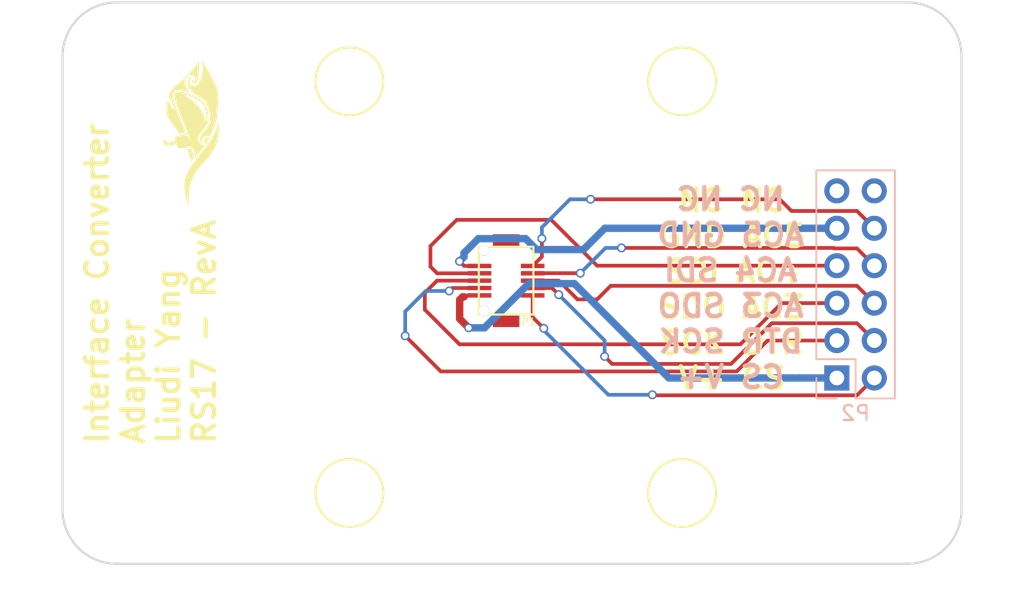
<source format=kicad_pcb>
(kicad_pcb (version 4) (host pcbnew 4.0.5-e0-6337~49~ubuntu16.04.1)

  (general
    (links 10)
    (no_connects 0)
    (area 95.573529 79.3261 165.170672 121.2561)
    (thickness 1.6)
    (drawings 11)
    (tracks 103)
    (zones 0)
    (modules 11)
    (nets 13)
  )

  (page A4)
  (layers
    (0 F.Cu signal)
    (31 B.Cu signal)
    (32 B.Adhes user)
    (33 F.Adhes user)
    (34 B.Paste user)
    (35 F.Paste user)
    (36 B.SilkS user)
    (37 F.SilkS user)
    (38 B.Mask user)
    (39 F.Mask user)
    (40 Dwgs.User user)
    (41 Cmts.User user)
    (42 Eco1.User user)
    (43 Eco2.User user)
    (44 Edge.Cuts user)
    (45 Margin user)
    (46 B.CrtYd user)
    (47 F.CrtYd user)
    (48 B.Fab user)
    (49 F.Fab user)
  )

  (setup
    (last_trace_width 0.25)
    (trace_clearance 0.2)
    (zone_clearance 0.508)
    (zone_45_only no)
    (trace_min 0.2)
    (segment_width 0.2)
    (edge_width 0.15)
    (via_size 0.6)
    (via_drill 0.4)
    (via_min_size 0.4)
    (via_min_drill 0.3)
    (uvia_size 0.3)
    (uvia_drill 0.1)
    (uvias_allowed no)
    (uvia_min_size 0.2)
    (uvia_min_drill 0.1)
    (pcb_text_width 0.3)
    (pcb_text_size 1.5 1.5)
    (mod_edge_width 0.15)
    (mod_text_size 1 1)
    (mod_text_width 0.15)
    (pad_size 1.524 1.524)
    (pad_drill 0.762)
    (pad_to_mask_clearance 0)
    (aux_axis_origin 0 0)
    (visible_elements 7FFFFFFF)
    (pcbplotparams
      (layerselection 0x00030_80000001)
      (usegerberextensions false)
      (excludeedgelayer true)
      (linewidth 0.100000)
      (plotframeref false)
      (viasonmask false)
      (mode 1)
      (useauxorigin false)
      (hpglpennumber 1)
      (hpglpenspeed 20)
      (hpglpendiameter 15)
      (hpglpenoverlay 2)
      (psnegative false)
      (psa4output false)
      (plotreference true)
      (plotvalue true)
      (plotinvisibletext false)
      (padsonsilk false)
      (subtractmaskfromsilk false)
      (outputformat 1)
      (mirror false)
      (drillshape 1)
      (scaleselection 1)
      (outputdirectory ""))
  )

  (net 0 "")
  (net 1 /AC3)
  (net 2 /AC5)
  (net 3 /AC4)
  (net 4 /CS)
  (net 5 /DTR)
  (net 6 /TX/SCK)
  (net 7 /Vbus)
  (net 8 /GND)
  (net 9 /RX/SDO)
  (net 10 "Net-(P2-Pad11)")
  (net 11 "Net-(P2-Pad12)")
  (net 12 /SDI)

  (net_class Default "This is the default net class."
    (clearance 0.2)
    (trace_width 0.25)
    (via_dia 0.6)
    (via_drill 0.4)
    (uvia_dia 0.3)
    (uvia_drill 0.1)
    (add_net /AC3)
    (add_net /AC4)
    (add_net /AC5)
    (add_net /CS)
    (add_net /DTR)
    (add_net /GND)
    (add_net /RX/SDO)
    (add_net /SDI)
    (add_net /TX/SCK)
    (add_net /Vbus)
    (add_net "Net-(P2-Pad11)")
    (add_net "Net-(P2-Pad12)")
  )

  (module Mounting_Holes:MountingHole_3.7mm (layer F.Cu) (tedit 58C1BBB8) (tstamp 58C1BE41)
    (at 157.0421 85.0011)
    (descr "Mounting Hole 3.7mm, no annular")
    (tags "mounting hole 3.7mm no annular")
    (fp_text reference REF** (at 0 -4.7) (layer F.SilkS) hide
      (effects (font (size 1 1) (thickness 0.15)))
    )
    (fp_text value MountingHole_3.7mm (at 0 4.7) (layer F.Fab)
      (effects (font (size 1 1) (thickness 0.15)))
    )
    (fp_circle (center 0 0) (end 3.7 0) (layer Cmts.User) (width 0.15))
    (fp_circle (center 0 0) (end 3.95 0) (layer F.CrtYd) (width 0.05))
    (pad 1 np_thru_hole circle (at 0 0) (size 3.7 3.7) (drill 3.7) (layers *.Cu *.Mask))
  )

  (module Mounting_Holes:MountingHole_3.7mm (layer F.Cu) (tedit 58C1BBB8) (tstamp 58C1BE3B)
    (at 157.0421 115.4811)
    (descr "Mounting Hole 3.7mm, no annular")
    (tags "mounting hole 3.7mm no annular")
    (fp_text reference REF** (at 0 -4.7) (layer F.SilkS) hide
      (effects (font (size 1 1) (thickness 0.15)))
    )
    (fp_text value MountingHole_3.7mm (at 0 4.7) (layer F.Fab)
      (effects (font (size 1 1) (thickness 0.15)))
    )
    (fp_circle (center 0 0) (end 3.7 0) (layer Cmts.User) (width 0.15))
    (fp_circle (center 0 0) (end 3.95 0) (layer F.CrtYd) (width 0.05))
    (pad 1 np_thru_hole circle (at 0 0) (size 3.7 3.7) (drill 3.7) (layers *.Cu *.Mask))
  )

  (module Mounting_Holes:MountingHole_3.7mm (layer F.Cu) (tedit 58C1BBB8) (tstamp 58C1BE35)
    (at 103.7021 115.4811)
    (descr "Mounting Hole 3.7mm, no annular")
    (tags "mounting hole 3.7mm no annular")
    (fp_text reference REF** (at 0 -4.7) (layer F.SilkS) hide
      (effects (font (size 1 1) (thickness 0.15)))
    )
    (fp_text value MountingHole_3.7mm (at 0 4.7) (layer F.Fab)
      (effects (font (size 1 1) (thickness 0.15)))
    )
    (fp_circle (center 0 0) (end 3.7 0) (layer Cmts.User) (width 0.15))
    (fp_circle (center 0 0) (end 3.95 0) (layer F.CrtYd) (width 0.05))
    (pad 1 np_thru_hole circle (at 0 0) (size 3.7 3.7) (drill 3.7) (layers *.Cu *.Mask))
  )

  (module robosub_footprints:3mm-10pos-receptacle (layer F.Cu) (tedit 58BB4796) (tstamp 58BA1B4F)
    (at 129.9718 100.076 90)
    (path /58B8D17C)
    (attr smd)
    (fp_text reference P1 (at -2.794 1.524 180) (layer F.SilkS)
      (effects (font (size 0.5 0.5) (thickness 0.075)))
    )
    (fp_text value Mezzanine-Header (at 0.254 3.556 90) (layer F.Fab) hide
      (effects (font (size 1 1) (thickness 0.15)))
    )
    (fp_line (start 2.3 1.85) (end 2.3 -1.85) (layer F.SilkS) (width 0.15))
    (fp_line (start -2.3 -1.85) (end 2.3 -1.85) (layer F.SilkS) (width 0.15))
    (fp_line (start -2.3 1.85) (end 2.3 1.85) (layer F.SilkS) (width 0.15))
    (fp_line (start -2.3 1.85) (end -2.3 -1.85) (layer F.SilkS) (width 0.15))
    (pad "" thru_hole circle (at 2.05 -1.5 90) (size 0.7 0.7) (drill 0.7) (layers *.Cu *.Mask))
    (pad "" thru_hole circle (at -2.05 -1.5 90) (size 0.7 0.7) (drill 0.7) (layers *.Cu *.Mask))
    (pad 6 smd rect (at 0 1.8 90) (size 0.3 1.6) (layers F.Cu F.Paste F.Mask)
      (net 1 /AC3))
    (pad 10 smd rect (at 1 1.8 90) (size 0.3 1.6) (layers F.Cu F.Paste F.Mask)
      (net 2 /AC5))
    (pad 8 smd rect (at 0.5 1.8 90) (size 0.3 1.6) (layers F.Cu F.Paste F.Mask)
      (net 3 /AC4))
    (pad 2 smd rect (at -1 1.8 90) (size 0.3 1.6) (layers F.Cu F.Paste F.Mask)
      (net 4 /CS))
    (pad 4 smd rect (at -0.5 1.8 90) (size 0.3 1.6) (layers F.Cu F.Paste F.Mask)
      (net 5 /DTR))
    (pad 5 smd rect (at 0 -1.8 90) (size 0.3 1.6) (layers F.Cu F.Paste F.Mask)
      (net 9 /RX/SDO))
    (pad 3 smd rect (at -0.5 -1.8 90) (size 0.3 1.6) (layers F.Cu F.Paste F.Mask)
      (net 6 /TX/SCK))
    (pad 1 smd rect (at -1 -1.8 90) (size 0.3 1.6) (layers F.Cu F.Paste F.Mask)
      (net 7 /Vbus))
    (pad 9 smd rect (at 1 -1.8 90) (size 0.3 1.6) (layers F.Cu F.Paste F.Mask)
      (net 8 /GND))
    (pad 7 smd rect (at 0.5 -1.8 90) (size 0.3 1.6) (layers F.Cu F.Paste F.Mask)
      (net 12 /SDI))
    (pad "" smd rect (at 2.75 0 90) (size 0.8 1.8) (layers F.Cu F.Paste F.Mask))
    (pad "" smd rect (at -2.75 0 90) (size 0.8 1.8) (layers F.Cu F.Paste F.Mask))
    (model robosub.3dshapes/3mm-10pos-receptacle.wrl
      (at (xyz 0 0 0))
      (scale (xyz 0.4 0.4 0.4))
      (rotate (xyz -90 0 0))
    )
  )

  (module robosub_footprints:3mm-support (layer F.Cu) (tedit 58B1B9D1) (tstamp 58BA1B55)
    (at 119.3442 86.548204)
    (path /58B8D60F)
    (fp_text reference U1 (at 3.81 1.27) (layer F.SilkS) hide
      (effects (font (size 1 1) (thickness 0.15)))
    )
    (fp_text value 3mm-support (at 0 -0.5) (layer F.Fab)
      (effects (font (size 1 1) (thickness 0.15)))
    )
    (fp_circle (center 0 0) (end 2.3 0) (layer F.SilkS) (width 0.15))
    (pad "" np_thru_hole circle (at 0 0) (size 2.5 2.5) (drill 2.5) (layers *.Cu *.Mask))
    (model robosub.3dshapes/3mm-support.wrl
      (at (xyz 0 0 0.118))
      (scale (xyz 0.4 0.4 0.4))
      (rotate (xyz 90 0 0))
    )
  )

  (module robosub_footprints:3mm-support (layer F.Cu) (tedit 58B1B9D1) (tstamp 58BA1B5B)
    (at 141.9042 86.548204)
    (path /58B8D810)
    (fp_text reference U2 (at 3.81 1.27) (layer F.SilkS) hide
      (effects (font (size 1 1) (thickness 0.15)))
    )
    (fp_text value 3mm-support (at 0 -0.5) (layer F.Fab)
      (effects (font (size 1 1) (thickness 0.15)))
    )
    (fp_circle (center 0 0) (end 2.3 0) (layer F.SilkS) (width 0.15))
    (pad "" np_thru_hole circle (at 0 0) (size 2.5 2.5) (drill 2.5) (layers *.Cu *.Mask))
    (model robosub.3dshapes/3mm-support.wrl
      (at (xyz 0 0 0.118))
      (scale (xyz 0.4 0.4 0.4))
      (rotate (xyz 90 0 0))
    )
  )

  (module robosub_footprints:3mm-support (layer F.Cu) (tedit 58B1B9D1) (tstamp 58BA1B61)
    (at 119.3442 114.488204)
    (path /58B8D85C)
    (fp_text reference U3 (at 3.81 1.27) (layer F.SilkS) hide
      (effects (font (size 1 1) (thickness 0.15)))
    )
    (fp_text value 3mm-support (at 0 -0.5) (layer F.Fab)
      (effects (font (size 1 1) (thickness 0.15)))
    )
    (fp_circle (center 0 0) (end 2.3 0) (layer F.SilkS) (width 0.15))
    (pad "" np_thru_hole circle (at 0 0) (size 2.5 2.5) (drill 2.5) (layers *.Cu *.Mask))
    (model robosub.3dshapes/3mm-support.wrl
      (at (xyz 0 0 0.118))
      (scale (xyz 0.4 0.4 0.4))
      (rotate (xyz 90 0 0))
    )
  )

  (module robosub_footprints:3mm-support (layer F.Cu) (tedit 58B1B9D1) (tstamp 58BA1B67)
    (at 141.9042 114.488204)
    (path /58B8D916)
    (fp_text reference U4 (at 3.81 1.27) (layer F.SilkS) hide
      (effects (font (size 1 1) (thickness 0.15)))
    )
    (fp_text value 3mm-support (at 0 -0.5) (layer F.Fab)
      (effects (font (size 1 1) (thickness 0.15)))
    )
    (fp_circle (center 0 0) (end 2.3 0) (layer F.SilkS) (width 0.15))
    (pad "" np_thru_hole circle (at 0 0) (size 2.5 2.5) (drill 2.5) (layers *.Cu *.Mask))
    (model robosub.3dshapes/3mm-support.wrl
      (at (xyz 0 0 0.118))
      (scale (xyz 0.4 0.4 0.4))
      (rotate (xyz 90 0 0))
    )
  )

  (module robosub_footprints:robosub_logo-medium (layer F.Cu) (tedit 0) (tstamp 58C1BE1A)
    (at 108.7374 89.9668 90)
    (fp_text reference G*** (at 0 0 90) (layer F.SilkS) hide
      (effects (font (thickness 0.3)))
    )
    (fp_text value LOGO (at 0.75 0 90) (layer F.SilkS) hide
      (effects (font (thickness 0.3)))
    )
    (fp_poly (pts (xy -3.630522 -0.586779) (xy -3.608205 -0.586576) (xy -3.588209 -0.586171) (xy -3.569697 -0.585523)
      (xy -3.551832 -0.584591) (xy -3.533775 -0.583331) (xy -3.514687 -0.581704) (xy -3.493732 -0.579665)
      (xy -3.476535 -0.577869) (xy -3.399362 -0.567949) (xy -3.321616 -0.554586) (xy -3.243241 -0.537754)
      (xy -3.164179 -0.517431) (xy -3.084373 -0.493592) (xy -3.003765 -0.466215) (xy -2.922298 -0.435276)
      (xy -2.839914 -0.400751) (xy -2.756557 -0.362617) (xy -2.672168 -0.32085) (xy -2.586691 -0.275426)
      (xy -2.500069 -0.226322) (xy -2.412243 -0.173515) (xy -2.323156 -0.11698) (xy -2.27 -0.08188)
      (xy -2.236933 -0.059573) (xy -2.204022 -0.037032) (xy -2.17108 -0.014115) (xy -2.137922 0.00932)
      (xy -2.104361 0.033416) (xy -2.07021 0.058315) (xy -2.035284 0.08416) (xy -1.999397 0.111093)
      (xy -1.962361 0.139256) (xy -1.923992 0.168792) (xy -1.884102 0.199844) (xy -1.842506 0.232554)
      (xy -1.799018 0.267064) (xy -1.75345 0.303516) (xy -1.705617 0.342054) (xy -1.655333 0.38282)
      (xy -1.602411 0.425955) (xy -1.55 0.468867) (xy -1.50476 0.505964) (xy -1.462416 0.540648)
      (xy -1.422788 0.573063) (xy -1.385697 0.603355) (xy -1.350962 0.631666) (xy -1.318405 0.658141)
      (xy -1.287844 0.682925) (xy -1.259101 0.706161) (xy -1.231995 0.727993) (xy -1.206346 0.748567)
      (xy -1.181975 0.768025) (xy -1.158702 0.786513) (xy -1.136346 0.804174) (xy -1.114729 0.821153)
      (xy -1.09367 0.837593) (xy -1.072989 0.85364) (xy -1.052506 0.869436) (xy -1.032042 0.885127)
      (xy -1.011417 0.900856) (xy -1.006 0.904974) (xy -0.942525 0.952574) (xy -0.878815 0.999118)
      (xy -0.81522 1.044372) (xy -0.752087 1.088104) (xy -0.689765 1.13008) (xy -0.628604 1.170065)
      (xy -0.56895 1.207826) (xy -0.511153 1.243129) (xy -0.455561 1.27574) (xy -0.44 1.284605)
      (xy -0.39336 1.310397) (xy -0.343515 1.336845) (xy -0.291139 1.363611) (xy -0.236903 1.39036)
      (xy -0.18148 1.416758) (xy -0.12554 1.442466) (xy -0.111863 1.448608) (xy -0.06872 1.467598)
      (xy -0.023471 1.486934) (xy 0.024049 1.50668) (xy 0.074003 1.526898) (xy 0.126557 1.547651)
      (xy 0.181876 1.569003) (xy 0.240124 1.591017) (xy 0.301465 1.613756) (xy 0.366064 1.637282)
      (xy 0.434087 1.661659) (xy 0.505697 1.686951) (xy 0.558 1.705216) (xy 0.575423 1.711275)
      (xy 0.591729 1.716947) (xy 0.60652 1.722094) (xy 0.619396 1.726576) (xy 0.629959 1.730255)
      (xy 0.637809 1.732992) (xy 0.642548 1.734648) (xy 0.643786 1.735084) (xy 0.645738 1.736478)
      (xy 0.645621 1.737045) (xy 0.643115 1.737714) (xy 0.637008 1.738556) (xy 0.627695 1.739543)
      (xy 0.615569 1.740647) (xy 0.601025 1.741842) (xy 0.584457 1.7431) (xy 0.566259 1.744393)
      (xy 0.546826 1.745695) (xy 0.526551 1.746977) (xy 0.50583 1.748213) (xy 0.485055 1.749375)
      (xy 0.464621 1.750437) (xy 0.444923 1.751369) (xy 0.43 1.752003) (xy 0.414569 1.752499)
      (xy 0.395784 1.752903) (xy 0.374291 1.753218) (xy 0.350733 1.753442) (xy 0.325755 1.753576)
      (xy 0.300004 1.753621) (xy 0.274123 1.753576) (xy 0.248758 1.753443) (xy 0.224553 1.753221)
      (xy 0.202153 1.752911) (xy 0.182204 1.752513) (xy 0.16535 1.752027) (xy 0.161 1.751864)
      (xy 0.04898 1.74565) (xy -0.062278 1.735982) (xy -0.172624 1.722901) (xy -0.281907 1.706448)
      (xy -0.389974 1.686664) (xy -0.496675 1.663588) (xy -0.601858 1.637262) (xy -0.705371 1.607725)
      (xy -0.807064 1.575018) (xy -0.906784 1.539182) (xy -1.00438 1.500257) (xy -1.099701 1.458284)
      (xy -1.192595 1.413302) (xy -1.28 1.366967) (xy -1.3263 1.340814) (xy -1.370797 1.314587)
      (xy -1.414098 1.287884) (xy -1.45681 1.260301) (xy -1.49954 1.231434) (xy -1.542896 1.200878)
      (xy -1.587484 1.168231) (xy -1.633912 1.133089) (xy -1.648 1.122224) (xy -1.672079 1.10347)
      (xy -1.695167 1.085244) (xy -1.717524 1.067315) (xy -1.73941 1.049454) (xy -1.761084 1.03143)
      (xy -1.782807 1.013014) (xy -1.804838 0.993976) (xy -1.827437 0.974086) (xy -1.850863 0.953114)
      (xy -1.875376 0.930831) (xy -1.901236 0.907005) (xy -1.928703 0.881408) (xy -1.958036 0.853809)
      (xy -1.989495 0.823979) (xy -2.02334 0.791687) (xy -2.046878 0.769138) (xy -2.081779 0.735689)
      (xy -2.11404 0.704844) (xy -2.143875 0.676409) (xy -2.171501 0.650188) (xy -2.197134 0.625986)
      (xy -2.220989 0.603608) (xy -2.243284 0.582859) (xy -2.264233 0.563543) (xy -2.284053 0.545466)
      (xy -2.30296 0.528433) (xy -2.321169 0.512247) (xy -2.338897 0.496715) (xy -2.35636 0.481641)
      (xy -2.373773 0.46683) (xy -2.391352 0.452086) (xy -2.409314 0.437215) (xy -2.427874 0.422021)
      (xy -2.447249 0.40631) (xy -2.458 0.397642) (xy -2.519738 0.348895) (xy -2.580006 0.303254)
      (xy -2.639346 0.260371) (xy -2.698303 0.219895) (xy -2.757417 0.181477) (xy -2.817231 0.144766)
      (xy -2.878289 0.109413) (xy -2.941133 0.075067) (xy -3.006306 0.04138) (xy -3.025 0.03204)
      (xy -3.12409 -0.014925) (xy -3.224543 -0.058215) (xy -3.326244 -0.097808) (xy -3.429077 -0.133681)
      (xy -3.532926 -0.165811) (xy -3.637675 -0.194176) (xy -3.743208 -0.218752) (xy -3.849409 -0.239517)
      (xy -3.956162 -0.256448) (xy -4.063351 -0.269522) (xy -4.170861 -0.278716) (xy -4.278575 -0.284007)
      (xy -4.386377 -0.285373) (xy -4.494152 -0.28279) (xy -4.593 -0.276921) (xy -4.678269 -0.269046)
      (xy -4.763874 -0.258481) (xy -4.848567 -0.2454) (xy -4.927057 -0.230796) (xy -4.943826 -0.227412)
      (xy -4.957086 -0.224769) (xy -4.967246 -0.222801) (xy -4.974714 -0.221442) (xy -4.9799 -0.220629)
      (xy -4.983212 -0.220295) (xy -4.98506 -0.220375) (xy -4.985852 -0.220804) (xy -4.986001 -0.221389)
      (xy -4.984334 -0.224424) (xy -4.979508 -0.229339) (xy -4.971778 -0.235937) (xy -4.961402 -0.244019)
      (xy -4.948639 -0.25339) (xy -4.933745 -0.26385) (xy -4.916978 -0.275203) (xy -4.90873 -0.280655)
      (xy -4.847411 -0.318643) (xy -4.78299 -0.354165) (xy -4.715532 -0.387196) (xy -4.645103 -0.417712)
      (xy -4.571769 -0.445689) (xy -4.495597 -0.471103) (xy -4.41665 -0.493929) (xy -4.334996 -0.514144)
      (xy -4.2507 -0.531722) (xy -4.205482 -0.539875) (xy -4.131874 -0.551455) (xy -4.055609 -0.561549)
      (xy -3.977677 -0.570074) (xy -3.899067 -0.576944) (xy -3.82077 -0.582074) (xy -3.743775 -0.585382)
      (xy -3.669073 -0.586781) (xy -3.656 -0.586823) (xy -3.630522 -0.586779)) (layer F.SilkS) (width 0.01))
    (fp_poly (pts (xy 3.41982 -0.350762) (xy 3.457689 -0.346062) (xy 3.494283 -0.338131) (xy 3.529168 -0.327047)
      (xy 3.561906 -0.312888) (xy 3.568 -0.309778) (xy 3.585426 -0.299815) (xy 3.602651 -0.288423)
      (xy 3.619136 -0.27607) (xy 3.634346 -0.263221) (xy 3.647743 -0.250344) (xy 3.65879 -0.237904)
      (xy 3.666949 -0.22637) (xy 3.669594 -0.221479) (xy 3.677917 -0.19952) (xy 3.6826 -0.176359)
      (xy 3.68362 -0.152506) (xy 3.680952 -0.128472) (xy 3.675174 -0.106512) (xy 3.67142 -0.096399)
      (xy 3.66726 -0.086679) (xy 3.663204 -0.078454) (xy 3.659759 -0.072826) (xy 3.659434 -0.072406)
      (xy 3.65705 -0.071159) (xy 3.655177 -0.07338) (xy 3.654139 -0.07854) (xy 3.65403 -0.081244)
      (xy 3.653304 -0.088085) (xy 3.651383 -0.097537) (xy 3.648573 -0.108505) (xy 3.645184 -0.119893)
      (xy 3.641524 -0.130606) (xy 3.6379 -0.139549) (xy 3.637228 -0.140983) (xy 3.626636 -0.158482)
      (xy 3.612585 -0.174542) (xy 3.595427 -0.188938) (xy 3.575514 -0.201444) (xy 3.553201 -0.211836)
      (xy 3.528837 -0.219887) (xy 3.506147 -0.224829) (xy 3.492764 -0.226472) (xy 3.47663 -0.227492)
      (xy 3.458942 -0.227888) (xy 3.440902 -0.227656) (xy 3.423708 -0.226793) (xy 3.40856 -0.225297)
      (xy 3.406881 -0.225067) (xy 3.393449 -0.222899) (xy 3.37803 -0.219988) (xy 3.361599 -0.216557)
      (xy 3.345129 -0.212825) (xy 3.329594 -0.209015) (xy 3.315965 -0.205348) (xy 3.305218 -0.202046)
      (xy 3.304325 -0.201739) (xy 3.273963 -0.189269) (xy 3.244576 -0.173469) (xy 3.216688 -0.154746)
      (xy 3.190826 -0.133512) (xy 3.167516 -0.110175) (xy 3.147282 -0.085144) (xy 3.139041 -0.073)
      (xy 3.123822 -0.04604) (xy 3.111455 -0.017563) (xy 3.102338 0.011433) (xy 3.0989 0.027)
      (xy 3.096942 0.042237) (xy 3.096087 0.06008) (xy 3.096291 0.079302) (xy 3.09751 0.098674)
      (xy 3.099699 0.11697) (xy 3.102685 0.132433) (xy 3.113337 0.167892) (xy 3.127877 0.202546)
      (xy 3.146262 0.236332) (xy 3.168449 0.269188) (xy 3.194396 0.30105) (xy 3.224061 0.331856)
      (xy 3.257399 0.361542) (xy 3.259 0.362862) (xy 3.278394 0.378392) (xy 3.296834 0.392192)
      (xy 3.31513 0.404774) (xy 3.334095 0.416651) (xy 3.35454 0.428334) (xy 3.377278 0.440337)
      (xy 3.399 0.451164) (xy 3.446508 0.473477) (xy 3.49476 0.494351) (xy 3.544032 0.513859)
      (xy 3.594597 0.532076) (xy 3.64673 0.549075) (xy 3.700705 0.564928) (xy 3.756797 0.579711)
      (xy 3.81528 0.593496) (xy 3.876429 0.606356) (xy 3.940518 0.618366) (xy 4.007822 0.629599)
      (xy 4.078615 0.640128) (xy 4.131 0.647197) (xy 4.159799 0.650919) (xy 4.185116 0.654144)
      (xy 4.207434 0.656907) (xy 4.227235 0.659244) (xy 4.245003 0.661188) (xy 4.26122 0.662776)
      (xy 4.276367 0.664041) (xy 4.290929 0.66502) (xy 4.305388 0.665745) (xy 4.320226 0.666254)
      (xy 4.335927 0.66658) (xy 4.352972 0.666758) (xy 4.371845 0.666823) (xy 4.393027 0.666811)
      (xy 4.402 0.666793) (xy 4.420312 0.666735) (xy 4.437066 0.666635) (xy 4.452657 0.666474)
      (xy 4.467483 0.666235) (xy 4.48194 0.665898) (xy 4.496424 0.665444) (xy 4.511332 0.664855)
      (xy 4.527062 0.664112) (xy 4.544008 0.663197) (xy 4.562569 0.66209) (xy 4.58314 0.660773)
      (xy 4.606119 0.659227) (xy 4.631901 0.657434) (xy 4.660885 0.655374) (xy 4.693 0.653063)
      (xy 4.712909 0.651633) (xy 4.732349 0.650252) (xy 4.750798 0.648956) (xy 4.767736 0.647781)
      (xy 4.782644 0.646762) (xy 4.795001 0.645936) (xy 4.804288 0.645339) (xy 4.809 0.645058)
      (xy 4.819216 0.64444) (xy 4.829089 0.64375) (xy 4.837244 0.643088) (xy 4.841 0.642717)
      (xy 4.846072 0.642302) (xy 4.848622 0.642549) (xy 4.84845 0.643579) (xy 4.845355 0.645516)
      (xy 4.839138 0.648481) (xy 4.829598 0.652598) (xy 4.816534 0.657988) (xy 4.815 0.658613)
      (xy 4.769085 0.678093) (xy 4.72165 0.699825) (xy 4.67246 0.723929) (xy 4.621282 0.750521)
      (xy 4.567883 0.779722) (xy 4.512031 0.811651) (xy 4.492 0.82341) (xy 4.481422 0.829704)
      (xy 4.467875 0.837836) (xy 4.451791 0.847543) (xy 4.433605 0.85856) (xy 4.413749 0.870624)
      (xy 4.392657 0.883471) (xy 4.370761 0.896836) (xy 4.348496 0.910456) (xy 4.326295 0.924067)
      (xy 4.30459 0.937405) (xy 4.283816 0.950205) (xy 4.282 0.951326) (xy 4.227654 0.984589)
      (xy 4.176303 1.015427) (xy 4.127815 1.04391) (xy 4.082058 1.070108) (xy 4.0389 1.094094)
      (xy 3.99821 1.115936) (xy 3.959856 1.135706) (xy 3.923707 1.153475) (xy 3.889631 1.169312)
      (xy 3.857496 1.183289) (xy 3.827171 1.195476) (xy 3.825845 1.195984) (xy 3.801573 1.205456)
      (xy 3.777184 1.215373) (xy 3.752424 1.225861) (xy 3.727042 1.237044) (xy 3.700786 1.249045)
      (xy 3.673404 1.261991) (xy 3.644643 1.276006) (xy 3.614253 1.291214) (xy 3.581981 1.30774)
      (xy 3.547575 1.325709) (xy 3.510783 1.345245) (xy 3.471353 1.366472) (xy 3.429034 1.389517)
      (xy 3.383573 1.414502) (xy 3.379 1.417026) (xy 3.333733 1.441876) (xy 3.29153 1.46473)
      (xy 3.252077 1.485744) (xy 3.215065 1.505071) (xy 3.180181 1.522865) (xy 3.147115 1.539279)
      (xy 3.115553 1.554467) (xy 3.085187 1.568582) (xy 3.055702 1.58178) (xy 3.02679 1.594212)
      (xy 2.998137 1.606033) (xy 2.987 1.610498) (xy 2.927175 1.632787) (xy 2.866312 1.652445)
      (xy 2.804046 1.669552) (xy 2.740015 1.684186) (xy 2.673856 1.696427) (xy 2.605206 1.706353)
      (xy 2.5337 1.714044) (xy 2.498 1.716984) (xy 2.487302 1.717693) (xy 2.473911 1.71844)
      (xy 2.458393 1.719205) (xy 2.441316 1.719969) (xy 2.423248 1.72071) (xy 2.404756 1.721411)
      (xy 2.386408 1.722049) (xy 2.368771 1.722606) (xy 2.352414 1.723062) (xy 2.337904 1.723396)
      (xy 2.325808 1.723589) (xy 2.316694 1.72362) (xy 2.312 1.723519) (xy 2.306857 1.723347)
      (xy 2.29866 1.723144) (xy 2.288353 1.722932) (xy 2.27688 1.72273) (xy 2.271 1.722639)
      (xy 2.24247 1.722006) (xy 2.210884 1.720923) (xy 2.176897 1.719436) (xy 2.141169 1.717588)
      (xy 2.104355 1.715425) (xy 2.067114 1.71299) (xy 2.030102 1.710328) (xy 1.993977 1.707484)
      (xy 1.959397 1.704502) (xy 1.927019 1.701428) (xy 1.8975 1.698304) (xy 1.878 1.696002)
      (xy 1.856482 1.693392) (xy 1.834617 1.69088) (xy 1.812141 1.688444) (xy 1.788789 1.686063)
      (xy 1.764297 1.683716) (xy 1.738402 1.681382) (xy 1.71084 1.679039) (xy 1.681347 1.676665)
      (xy 1.649659 1.67424) (xy 1.615512 1.671742) (xy 1.578642 1.66915) (xy 1.538785 1.666443)
      (xy 1.495677 1.663598) (xy 1.449054 1.660595) (xy 1.408 1.657999) (xy 1.355562 1.654656)
      (xy 1.306832 1.651441) (xy 1.261517 1.648326) (xy 1.219327 1.645287) (xy 1.179972 1.642296)
      (xy 1.143161 1.639329) (xy 1.108603 1.636358) (xy 1.076008 1.633359) (xy 1.045085 1.630305)
      (xy 1.015543 1.627171) (xy 0.987092 1.623929) (xy 0.959441 1.620555) (xy 0.932299 1.617022)
      (xy 0.905377 1.613304) (xy 0.901 1.61268) (xy 0.851 1.605525) (xy 0.726 1.563537)
      (xy 0.647821 1.537083) (xy 0.573298 1.511463) (xy 0.502195 1.486586) (xy 0.434277 1.462361)
      (xy 0.369308 1.438696) (xy 0.307051 1.415501) (xy 0.247272 1.392686) (xy 0.189734 1.370158)
      (xy 0.134202 1.347828) (xy 0.08044 1.325604) (xy 0.028213 1.303395) (xy -0.022717 1.281111)
      (xy -0.072583 1.25866) (xy -0.114 1.239522) (xy -0.128116 1.232861) (xy -0.143565 1.225463)
      (xy -0.159945 1.21753) (xy -0.176854 1.209262) (xy -0.193891 1.200861) (xy -0.210654 1.19253)
      (xy -0.226741 1.184469) (xy -0.24175 1.176881) (xy -0.255279 1.169966) (xy -0.266927 1.163927)
      (xy -0.276292 1.158964) (xy -0.282971 1.15528) (xy -0.286564 1.153077) (xy -0.286964 1.15275)
      (xy -0.289305 1.147827) (xy -0.289919 1.139838) (xy -0.288842 1.129309) (xy -0.286109 1.116765)
      (xy -0.284137 1.10992) (xy -0.281524 1.101355) (xy -0.27954 1.094276) (xy -0.278053 1.087829)
      (xy -0.27693 1.081161) (xy -0.276037 1.073419) (xy -0.275242 1.06375) (xy -0.274413 1.0513)
      (xy -0.274019 1.045) (xy -0.273282 1.004506) (xy -0.275988 0.964084) (xy -0.281998 0.924074)
      (xy -0.291178 0.884816) (xy -0.303392 0.846653) (xy -0.318501 0.809923) (xy -0.336371 0.774969)
      (xy -0.356865 0.742131) (xy -0.379847 0.711749) (xy -0.40518 0.684165) (xy -0.425956 0.665254)
      (xy -0.450404 0.646017) (xy -0.473715 0.63035) (xy -0.496196 0.618092) (xy -0.518151 0.609084)
      (xy -0.539888 0.603164) (xy -0.546761 0.601909) (xy -0.557298 0.600823) (xy -0.570567 0.600366)
      (xy -0.585354 0.600495) (xy -0.600447 0.601169) (xy -0.614634 0.602345) (xy -0.626702 0.603982)
      (xy -0.631 0.604831) (xy -0.655087 0.611433) (xy -0.680701 0.620595) (xy -0.706763 0.631844)
      (xy -0.73219 0.644709) (xy -0.755901 0.658717) (xy -0.759 0.660728) (xy -0.766766 0.665649)
      (xy -0.773237 0.669409) (xy -0.77775 0.671648) (xy -0.779641 0.672004) (xy -0.77965 0.671983)
      (xy -0.7791 0.669193) (xy -0.776882 0.663741) (xy -0.773387 0.656389) (xy -0.769009 0.647904)
      (xy -0.76414 0.63905) (xy -0.759172 0.630592) (xy -0.755156 0.62427) (xy -0.736211 0.599331)
      (xy -0.713931 0.576118) (xy -0.688679 0.554843) (xy -0.660821 0.535717) (xy -0.630723 0.518949)
      (xy -0.598749 0.504751) (xy -0.565265 0.493333) (xy -0.530636 0.484906) (xy -0.506848 0.481021)
      (xy -0.480649 0.478656) (xy -0.452343 0.477996) (xy -0.42331 0.478985) (xy -0.394927 0.481567)
      (xy -0.368572 0.485688) (xy -0.363 0.486834) (xy -0.329126 0.495809) (xy -0.29566 0.507854)
      (xy -0.263619 0.52255) (xy -0.23402 0.539472) (xy -0.230249 0.541916) (xy -0.213735 0.553233)
      (xy -0.194476 0.567245) (xy -0.172589 0.583855) (xy -0.148195 0.602967) (xy -0.121413 0.624485)
      (xy -0.092362 0.648312) (xy -0.061161 0.674352) (xy -0.027931 0.702508) (xy 0.007211 0.732684)
      (xy 0.026 0.748967) (xy 0.06213 0.780207) (xy 0.095678 0.808855) (xy 0.126909 0.835122)
      (xy 0.156094 0.85922) (xy 0.183498 0.881363) (xy 0.209391 0.901763) (xy 0.234041 0.920632)
      (xy 0.257714 0.938183) (xy 0.280679 0.954628) (xy 0.303205 0.970179) (xy 0.315 0.978094)
      (xy 0.35593 1.004182) (xy 0.396958 1.028164) (xy 0.437686 1.04985) (xy 0.477713 1.069048)
      (xy 0.516642 1.085569) (xy 0.554072 1.09922) (xy 0.589606 1.109812) (xy 0.59142 1.110283)
      (xy 0.657025 1.125295) (xy 0.724033 1.136939) (xy 0.792577 1.145224) (xy 0.862791 1.150158)
      (xy 0.934807 1.15175) (xy 1.008758 1.150007) (xy 1.084776 1.144939) (xy 1.107 1.142871)
      (xy 1.175599 1.134788) (xy 1.246693 1.12387) (xy 1.32001 1.110169) (xy 1.39528 1.093743)
      (xy 1.472235 1.074644) (xy 1.550602 1.05293) (xy 1.55487 1.051683) (xy 1.566495 1.048178)
      (xy 1.581384 1.043526) (xy 1.599024 1.037899) (xy 1.618905 1.031468) (xy 1.640511 1.024405)
      (xy 1.663333 1.016882) (xy 1.686856 1.009068) (xy 1.710568 1.001136) (xy 1.733958 0.993257)
      (xy 1.756511 0.985603) (xy 1.777717 0.978344) (xy 1.797062 0.971652) (xy 1.814034 0.965698)
      (xy 1.82812 0.960653) (xy 1.837 0.957375) (xy 1.87252 0.943646) (xy 1.905958 0.930027)
      (xy 1.937083 0.916633) (xy 1.965665 0.903574) (xy 1.991473 0.890962) (xy 2.014275 0.878909)
      (xy 2.033843 0.867527) (xy 2.049944 0.856928) (xy 2.06 0.849234) (xy 2.077324 0.834139)
      (xy 2.094498 0.817797) (xy 2.111706 0.799973) (xy 2.129133 0.780427) (xy 2.146963 0.758923)
      (xy 2.165381 0.735224) (xy 2.18457 0.709092) (xy 2.204716 0.680289) (xy 2.226002 0.648579)
      (xy 2.248613 0.613724) (xy 2.272734 0.575487) (xy 2.273038 0.575) (xy 2.282804 0.559364)
      (xy 2.293269 0.542676) (xy 2.303873 0.525824) (xy 2.314056 0.509694) (xy 2.323259 0.495176)
      (xy 2.330923 0.483156) (xy 2.331023 0.483) (xy 2.340625 0.467904) (xy 2.349703 0.453396)
      (xy 2.358563 0.438955) (xy 2.367513 0.424061) (xy 2.376856 0.408197) (xy 2.386901 0.390842)
      (xy 2.397952 0.371477) (xy 2.410316 0.349584) (xy 2.42298 0.327) (xy 2.442413 0.292373)
      (xy 2.460159 0.261008) (xy 2.476392 0.232622) (xy 2.491284 0.206935) (xy 2.505008 0.183667)
      (xy 2.517736 0.162535) (xy 2.529642 0.143259) (xy 2.540898 0.125559) (xy 2.551677 0.109152)
      (xy 2.56215 0.093759) (xy 2.572493 0.079097) (xy 2.582875 0.064887) (xy 2.589546 0.056)
      (xy 2.598567 0.044327) (xy 2.607074 0.0339) (xy 2.615655 0.024095) (xy 2.624903 0.014286)
      (xy 2.635405 0.003851) (xy 2.647753 -0.007834) (xy 2.662537 -0.021394) (xy 2.664 -0.022721)
      (xy 2.719428 -0.070787) (xy 2.775629 -0.115218) (xy 2.832532 -0.155979) (xy 2.890066 -0.193035)
      (xy 2.948161 -0.226352) (xy 3.006745 -0.255897) (xy 3.065747 -0.281635) (xy 3.125097 -0.303531)
      (xy 3.184723 -0.321551) (xy 3.244554 -0.335661) (xy 3.304519 -0.345827) (xy 3.342 -0.35016)
      (xy 3.381112 -0.352154) (xy 3.41982 -0.350762)) (layer F.SilkS) (width 0.01))
    (fp_poly (pts (xy -0.699796 -1.993873) (xy -0.673051 -1.989352) (xy -0.648017 -1.982175) (xy -0.625256 -1.972306)
      (xy -0.622 -1.970551) (xy -0.610464 -1.962912) (xy -0.598755 -1.952999) (xy -0.587832 -1.941793)
      (xy -0.578652 -1.930274) (xy -0.572217 -1.919521) (xy -0.565424 -1.901549) (xy -0.561452 -1.882698)
      (xy -0.560439 -1.864025) (xy -0.562519 -1.846587) (xy -0.562721 -1.845706) (xy -0.567859 -1.830794)
      (xy -0.575824 -1.818136) (xy -0.586804 -1.807574) (xy -0.600989 -1.79895) (xy -0.618567 -1.792106)
      (xy -0.631 -1.788748) (xy -0.641989 -1.786915) (xy -0.656007 -1.785706) (xy -0.672131 -1.785114)
      (xy -0.689441 -1.785133) (xy -0.707014 -1.785757) (xy -0.72393 -1.786978) (xy -0.739267 -1.788791)
      (xy -0.744 -1.789548) (xy -0.753038 -1.791082) (xy -0.760474 -1.792286) (xy -0.765519 -1.793036)
      (xy -0.767382 -1.793216) (xy -0.767352 -1.791022) (xy -0.76656 -1.78534) (xy -0.765093 -1.776591)
      (xy -0.763034 -1.765199) (xy -0.760468 -1.751583) (xy -0.757482 -1.736166) (xy -0.754159 -1.719369)
      (xy -0.750585 -1.701613) (xy -0.746844 -1.683322) (xy -0.743022 -1.664915) (xy -0.739204 -1.646815)
      (xy -0.735475 -1.629443) (xy -0.731919 -1.613222) (xy -0.728622 -1.598571) (xy -0.725669 -1.585914)
      (xy -0.725209 -1.584) (xy -0.713729 -1.539598) (xy -0.699942 -1.491983) (xy -0.683863 -1.441203)
      (xy -0.665507 -1.387301) (xy -0.646992 -1.336) (xy -0.640061 -1.317373) (xy -0.633097 -1.298864)
      (xy -0.626253 -1.280863) (xy -0.619682 -1.263764) (xy -0.613539 -1.247956) (xy -0.607975 -1.233831)
      (xy -0.603145 -1.221781) (xy -0.599202 -1.212196) (xy -0.596299 -1.205469) (xy -0.594589 -1.20199)
      (xy -0.594343 -1.201649) (xy -0.591942 -1.201441) (xy -0.586492 -1.201929) (xy -0.578865 -1.203015)
      (xy -0.572 -1.204206) (xy -0.541729 -1.209448) (xy -0.51222 -1.213799) (xy -0.483875 -1.217232)
      (xy -0.457098 -1.219719) (xy -0.432293 -1.221234) (xy -0.409864 -1.221749) (xy -0.390214 -1.221238)
      (xy -0.373746 -1.219673) (xy -0.365 -1.218092) (xy -0.353834 -1.214683) (xy -0.344133 -1.210061)
      (xy -0.336834 -1.204741) (xy -0.333643 -1.200856) (xy -0.332516 -1.197698) (xy -0.330685 -1.191056)
      (xy -0.328254 -1.181368) (xy -0.325326 -1.169069) (xy -0.322001 -1.154594) (xy -0.318384 -1.138378)
      (xy -0.314576 -1.120858) (xy -0.312263 -1.11) (xy -0.294978 -1.02982) (xy -0.277852 -0.953593)
      (xy -0.260872 -0.881276) (xy -0.244028 -0.812827) (xy -0.227306 -0.748202) (xy -0.210695 -0.687359)
      (xy -0.194183 -0.630254) (xy -0.177756 -0.576845) (xy -0.161403 -0.527088) (xy -0.145113 -0.480942)
      (xy -0.128872 -0.438361) (xy -0.112669 -0.399305) (xy -0.108523 -0.389864) (xy -0.097354 -0.364727)
      (xy 0.048823 -0.421117) (xy 0.104291 -0.442558) (xy 0.158848 -0.463736) (xy 0.212828 -0.484785)
      (xy 0.266565 -0.505839) (xy 0.320392 -0.527029) (xy 0.374645 -0.548491) (xy 0.429656 -0.570356)
      (xy 0.485761 -0.592759) (xy 0.543292 -0.615832) (xy 0.561092 -0.623) (xy 2.542 -0.623)
      (xy 2.543 -0.622) (xy 2.544 -0.623) (xy 2.543 -0.624) (xy 2.542 -0.623)
      (xy 0.561092 -0.623) (xy 0.602585 -0.639709) (xy 0.663972 -0.664523) (xy 0.727789 -0.690408)
      (xy 0.794368 -0.717497) (xy 0.864045 -0.745923) (xy 0.918 -0.76798) (xy 0.974509 -0.791075)
      (xy 1.027572 -0.812703) (xy 1.077424 -0.832957) (xy 1.124303 -0.851928) (xy 1.168446 -0.86971)
      (xy 1.21009 -0.886394) (xy 1.249471 -0.902071) (xy 1.286826 -0.916836) (xy 1.322393 -0.930778)
      (xy 1.356408 -0.943992) (xy 1.389108 -0.956567) (xy 1.420729 -0.968598) (xy 1.45151 -0.980176)
      (xy 1.481687 -0.991393) (xy 1.511496 -1.002341) (xy 1.541175 -1.013112) (xy 1.57096 -1.023798)
      (xy 1.601089 -1.034493) (xy 1.625 -1.042905) (xy 1.706046 -1.070745) (xy 1.783877 -1.0963)
      (xy 1.858552 -1.11958) (xy 1.930133 -1.140593) (xy 1.998681 -1.159349) (xy 2.064257 -1.175855)
      (xy 2.126923 -1.190121) (xy 2.186739 -1.202156) (xy 2.243767 -1.211968) (xy 2.298068 -1.219565)
      (xy 2.349703 -1.224958) (xy 2.398733 -1.228153) (xy 2.44522 -1.229161) (xy 2.489224 -1.227991)
      (xy 2.530807 -1.224649) (xy 2.57003 -1.219147) (xy 2.606954 -1.211491) (xy 2.64164 -1.201692)
      (xy 2.668 -1.192243) (xy 2.682932 -1.186078) (xy 2.69442 -1.180691) (xy 2.702884 -1.175841)
      (xy 2.708748 -1.171284) (xy 2.712432 -1.166776) (xy 2.712557 -1.166565) (xy 2.714605 -1.161796)
      (xy 2.717005 -1.154338) (xy 2.719377 -1.145432) (xy 2.720489 -1.140565) (xy 2.721814 -1.133935)
      (xy 2.722833 -1.127508) (xy 2.723583 -1.120621) (xy 2.724104 -1.112614) (xy 2.724434 -1.102825)
      (xy 2.724613 -1.090591) (xy 2.724678 -1.075253) (xy 2.724681 -1.069) (xy 2.723759 -1.027457)
      (xy 2.721007 -0.98243) (xy 2.716433 -0.933989) (xy 2.710047 -0.882204) (xy 2.701857 -0.827143)
      (xy 2.691873 -0.768876) (xy 2.680104 -0.707471) (xy 2.67311 -0.673512) (xy 2.651244 -0.576584)
      (xy 2.62658 -0.479937) (xy 2.599244 -0.383902) (xy 2.569364 -0.28881) (xy 2.537064 -0.194993)
      (xy 2.502472 -0.102781) (xy 2.465712 -0.012507) (xy 2.426912 0.075499) (xy 2.386198 0.160906)
      (xy 2.343695 0.243381) (xy 2.299531 0.322595) (xy 2.283398 0.35) (xy 2.248041 0.407251)
      (xy 2.211136 0.463279) (xy 2.172968 0.517722) (xy 2.133819 0.570215) (xy 2.093974 0.620397)
      (xy 2.053716 0.667904) (xy 2.01333 0.712374) (xy 1.9731 0.753443) (xy 1.951897 0.773745)
      (xy 1.941419 0.783495) (xy 1.932673 0.791393) (xy 1.925013 0.797838) (xy 1.917791 0.803229)
      (xy 1.910357 0.807966) (xy 1.902065 0.812449) (xy 1.892267 0.817075) (xy 1.880314 0.822245)
      (xy 1.865559 0.828358) (xy 1.858767 0.83114) (xy 1.845125 0.836569) (xy 1.828203 0.843051)
      (xy 1.808529 0.850401) (xy 1.786628 0.858433) (xy 1.763023 0.866965) (xy 1.738243 0.87581)
      (xy 1.71281 0.884783) (xy 1.687252 0.893701) (xy 1.662092 0.902378) (xy 1.637858 0.910629)
      (xy 1.615073 0.91827) (xy 1.594263 0.925116) (xy 1.575955 0.930982) (xy 1.567 0.933767)
      (xy 1.47964 0.959169) (xy 1.394345 0.981154) (xy 1.3111 0.999721) (xy 1.229894 1.014873)
      (xy 1.150713 1.026611) (xy 1.073545 1.034934) (xy 0.998377 1.039846) (xy 0.925197 1.041346)
      (xy 0.853992 1.039436) (xy 0.784749 1.034117) (xy 0.717457 1.02539) (xy 0.655959 1.014078)
      (xy 0.620047 1.005045) (xy 0.582321 0.992794) (xy 0.543119 0.977479) (xy 0.50278 0.959254)
      (xy 0.461642 0.938272) (xy 0.420044 0.914688) (xy 0.397288 0.900487) (xy 0.68147 0.900487)
      (xy 0.684501 0.902024) (xy 0.690677 0.903845) (xy 0.699582 0.905878) (xy 0.710799 0.908051)
      (xy 0.723912 0.910294) (xy 0.738505 0.912535) (xy 0.754162 0.914703) (xy 0.770466 0.916726)
      (xy 0.787002 0.918534) (xy 0.803 0.920025) (xy 0.816729 0.921186) (xy 0.829637 0.922283)
      (xy 0.841015 0.923255) (xy 0.850153 0.924041) (xy 0.856341 0.924581) (xy 0.858 0.924729)
      (xy 0.861905 0.924891) (xy 0.869339 0.925013) (xy 0.879832 0.925094) (xy 0.892913 0.925133)
      (xy 0.908111 0.925129) (xy 0.924954 0.925081) (xy 0.942974 0.924989) (xy 0.952 0.924927)
      (xy 0.975902 0.924709) (xy 0.996382 0.924421) (xy 1.014018 0.924041) (xy 1.029388 0.923547)
      (xy 1.043069 0.922918) (xy 1.05564 0.922133) (xy 1.067679 0.921169) (xy 1.07711 0.920277)
      (xy 1.12786 0.914568) (xy 1.178339 0.90762) (xy 1.228942 0.899342) (xy 1.280062 0.88964)
      (xy 1.332094 0.878425) (xy 1.385433 0.865604) (xy 1.440473 0.851087) (xy 1.497609 0.83478)
      (xy 1.557234 0.816593) (xy 1.619743 0.796435) (xy 1.641 0.789358) (xy 1.673005 0.778574)
      (xy 1.70138 0.768901) (xy 1.726312 0.760269) (xy 1.747993 0.752608) (xy 1.766612 0.745849)
      (xy 1.78236 0.739921) (xy 1.795426 0.734754) (xy 1.806 0.730278) (xy 1.814272 0.726424)
      (xy 1.819751 0.723518) (xy 1.847516 0.706047) (xy 1.875098 0.685606) (xy 1.902682 0.662022)
      (xy 1.93045 0.635124) (xy 1.958586 0.604739) (xy 1.987273 0.570695) (xy 2.001296 0.553)
      (xy 2.01145 0.539786) (xy 2.023157 0.524281) (xy 2.036013 0.507041) (xy 2.049614 0.488621)
      (xy 2.063556 0.469577) (xy 2.077434 0.450466) (xy 2.090845 0.431844) (xy 2.103385 0.414265)
      (xy 2.114649 0.398287) (xy 2.124234 0.384466) (xy 2.130719 0.374889) (xy 2.180517 0.296828)
      (xy 2.228085 0.215526) (xy 2.273374 0.131096) (xy 2.316333 0.043652) (xy 2.356913 -0.046694)
      (xy 2.395063 -0.139829) (xy 2.430735 -0.235639) (xy 2.463878 -0.334013) (xy 2.494442 -0.434836)
      (xy 2.505983 -0.476) (xy 2.509505 -0.48904) (xy 2.513321 -0.503479) (xy 2.517311 -0.518836)
      (xy 2.521357 -0.534633) (xy 2.525338 -0.550389) (xy 2.529138 -0.565623) (xy 2.532636 -0.579858)
      (xy 2.535714 -0.592611) (xy 2.538253 -0.603404) (xy 2.540134 -0.611756) (xy 2.541238 -0.617187)
      (xy 2.541453 -0.619214) (xy 2.54017 -0.617855) (xy 2.537009 -0.613607) (xy 2.532286 -0.606922)
      (xy 2.526319 -0.598254) (xy 2.519426 -0.588057) (xy 2.515055 -0.58151) (xy 2.453674 -0.49074)
      (xy 2.392038 -0.402746) (xy 2.330243 -0.317645) (xy 2.268383 -0.235555) (xy 2.206554 -0.156594)
      (xy 2.144853 -0.080878) (xy 2.083373 -0.008525) (xy 2.022212 0.060348) (xy 1.961464 0.125622)
      (xy 1.901226 0.18718) (xy 1.847 0.239807) (xy 1.804116 0.279794) (xy 1.763083 0.316872)
      (xy 1.723451 0.351404) (xy 1.684771 0.383753) (xy 1.646593 0.414284) (xy 1.608469 0.443359)
      (xy 1.56995 0.471343) (xy 1.530587 0.498599) (xy 1.512 0.511041) (xy 1.490485 0.525117)
      (xy 1.469437 0.538498) (xy 1.448421 0.551427) (xy 1.427 0.564149) (xy 1.404739 0.576908)
      (xy 1.381201 0.589946) (xy 1.355949 0.603508) (xy 1.328549 0.617837) (xy 1.298564 0.633178)
      (xy 1.265558 0.649773) (xy 1.249 0.658014) (xy 1.192826 0.685459) (xy 1.136427 0.712116)
      (xy 1.079302 0.738204) (xy 1.020947 0.763938) (xy 0.960861 0.789534) (xy 0.898542 0.815209)
      (xy 0.833487 0.841178) (xy 0.765195 0.867659) (xy 0.74 0.877253) (xy 0.725908 0.882596)
      (xy 0.712948 0.887515) (xy 0.701615 0.891821) (xy 0.692404 0.895325) (xy 0.685812 0.897838)
      (xy 0.682334 0.899173) (xy 0.682 0.899304) (xy 0.68147 0.900487) (xy 0.397288 0.900487)
      (xy 0.378326 0.888654) (xy 0.376 0.887132) (xy 0.357943 0.875113) (xy 0.340145 0.862898)
      (xy 0.322322 0.850265) (xy 0.304191 0.836988) (xy 0.285469 0.822845) (xy 0.265873 0.807612)
      (xy 0.245121 0.791065) (xy 0.222928 0.77298) (xy 0.199011 0.753134) (xy 0.173089 0.731302)
      (xy 0.144878 0.707262) (xy 0.114095 0.68079) (xy 0.105 0.672932) (xy 0.081905 0.653003)
      (xy 0.058964 0.633288) (xy 0.036488 0.614053) (xy 0.01479 0.59556) (xy -0.005817 0.578075)
      (xy -0.025021 0.561863) (xy -0.04251 0.547186) (xy -0.057971 0.53431) (xy -0.071091 0.5235)
      (xy -0.081558 0.515019) (xy -0.082852 0.513986) (xy -0.12121 0.484688) (xy -0.158225 0.458968)
      (xy -0.194105 0.436716) (xy -0.229058 0.417823) (xy -0.263291 0.402178) (xy -0.297012 0.389672)
      (xy -0.330427 0.380196) (xy -0.34 0.378018) (xy -0.359745 0.374508) (xy -0.382392 0.371725)
      (xy -0.406901 0.369714) (xy -0.432235 0.368518) (xy -0.457354 0.36818) (xy -0.48122 0.368744)
      (xy -0.502792 0.370254) (xy -0.508986 0.370937) (xy -0.551355 0.377637) (xy -0.591555 0.387238)
      (xy -0.630403 0.399978) (xy -0.668719 0.416097) (xy -0.677248 0.420165) (xy -0.710355 0.437777)
      (xy -0.74049 0.45706) (xy -0.768539 0.478647) (xy -0.795394 0.503169) (xy -0.799044 0.506808)
      (xy -0.825052 0.535607) (xy -0.847731 0.56621) (xy -0.866967 0.598386) (xy -0.882647 0.631903)
      (xy -0.894656 0.666529) (xy -0.90288 0.702035) (xy -0.905988 0.724009) (xy -0.906978 0.742753)
      (xy -0.906049 0.761304) (xy -0.903343 0.778824) (xy -0.899003 0.794473) (xy -0.893172 0.807413)
      (xy -0.89132 0.810393) (xy -0.884375 0.818001) (xy -0.874797 0.824812) (xy -0.863951 0.829968)
      (xy -0.856814 0.832038) (xy -0.843023 0.833355) (xy -0.828406 0.831658) (xy -0.812732 0.826858)
      (xy -0.795772 0.818862) (xy -0.777297 0.80758) (xy -0.757078 0.792922) (xy -0.756 0.792086)
      (xy -0.746173 0.784736) (xy -0.734179 0.776232) (xy -0.720877 0.767138) (xy -0.707122 0.75802)
      (xy -0.693772 0.749445) (xy -0.681684 0.741977) (xy -0.671715 0.736184) (xy -0.669509 0.734987)
      (xy -0.644319 0.723168) (xy -0.620328 0.71516) (xy -0.597515 0.71096) (xy -0.57586 0.71057)
      (xy -0.555344 0.713988) (xy -0.535944 0.721215) (xy -0.517642 0.73225) (xy -0.516397 0.733169)
      (xy -0.490141 0.755232) (xy -0.466499 0.7801) (xy -0.445586 0.807452) (xy -0.427515 0.836971)
      (xy -0.412403 0.868338) (xy -0.400362 0.901234) (xy -0.391508 0.93534) (xy -0.385955 0.970338)
      (xy -0.383817 1.005908) (xy -0.385209 1.041732) (xy -0.390245 1.077491) (xy -0.391149 1.082)
      (xy -0.393333 1.091358) (xy -0.396193 1.101919) (xy -0.399503 1.113017) (xy -0.403036 1.123987)
      (xy -0.406563 1.134165) (xy -0.409859 1.142884) (xy -0.412696 1.149479) (xy -0.414847 1.153287)
      (xy -0.415725 1.153956) (xy -0.417755 1.152946) (xy -0.422635 1.150163) (xy -0.429812 1.145934)
      (xy -0.438732 1.140584) (xy -0.448841 1.134441) (xy -0.449 1.134343) (xy -0.46887 1.122086)
      (xy -0.491236 1.108104) (xy -0.515283 1.092918) (xy -0.540197 1.077049) (xy -0.565163 1.061018)
      (xy -0.589367 1.045346) (xy -0.611994 1.030554) (xy -0.632 1.017316) (xy -0.662822 0.996635)
      (xy -0.693338 0.97589) (xy -0.723719 0.954949) (xy -0.754135 0.933682) (xy -0.784754 0.91196)
      (xy -0.815748 0.889652) (xy -0.847287 0.866627) (xy -0.879539 0.842757) (xy -0.912676 0.81791)
      (xy -0.946866 0.791956) (xy -0.982281 0.764765) (xy -1.019089 0.736207) (xy -1.057461 0.706152)
      (xy -1.097567 0.67447) (xy -1.139577 0.64103) (xy -1.18366 0.605702) (xy -1.229987 0.568356)
      (xy -1.278727 0.528863) (xy -1.330051 0.487091) (xy -1.384128 0.44291) (xy -1.418 0.415163)
      (xy -1.440795 0.396485) (xy -1.464385 0.377177) (xy -1.488352 0.357579) (xy -1.512278 0.338031)
      (xy -1.535746 0.318875) (xy -1.558339 0.300452) (xy -1.579638 0.283101) (xy -1.599227 0.267163)
      (xy -1.616687 0.25298) (xy -1.631601 0.240892) (xy -1.635568 0.237683) (xy -1.650874 0.225272)
      (xy -1.665177 0.213601) (xy -1.678188 0.202913) (xy -1.689612 0.193453) (xy -1.699159 0.185462)
      (xy -1.706537 0.179184) (xy -1.711453 0.174863) (xy -1.713616 0.172742) (xy -1.713692 0.172583)
      (xy -1.711721 0.171722) (xy -1.706324 0.169994) (xy -1.697948 0.167527) (xy -1.687041 0.164447)
      (xy -1.674052 0.16088) (xy -1.659427 0.156955) (xy -1.647124 0.153713) (xy -1.585625 0.137326)
      (xy -1.522046 0.119767) (xy -1.456106 0.100956) (xy -1.387521 0.080809) (xy -1.316007 0.059244)
      (xy -1.241284 0.036178) (xy -1.197631 0.02248) (xy -1.104262 -0.006982) (xy -1.09192 -0.038991)
      (xy -1.08466 -0.058274) (xy -1.077693 -0.077645) (xy -1.07123 -0.096458) (xy -1.068457 -0.104956)
      (xy -0.808437 -0.104956) (xy -0.80792 -0.1045) (xy -0.804726 -0.104979) (xy -0.804 -0.105115)
      (xy -0.800008 -0.106127) (xy -0.792908 -0.108185) (xy -0.783393 -0.111078) (xy -0.772152 -0.114595)
      (xy -0.759876 -0.118527) (xy -0.757 -0.11946) (xy -0.735821 -0.126446) (xy -0.712305 -0.13437)
      (xy -0.686729 -0.14313) (xy -0.659372 -0.152622) (xy -0.63051 -0.162744) (xy -0.60042 -0.173395)
      (xy -0.569381 -0.184472) (xy -0.537669 -0.195873) (xy -0.505562 -0.207494) (xy -0.473337 -0.219235)
      (xy -0.441271 -0.230992) (xy -0.409641 -0.242663) (xy -0.378726 -0.254146) (xy -0.348801 -0.265339)
      (xy -0.320146 -0.276138) (xy -0.293035 -0.286443) (xy -0.267749 -0.29615) (xy -0.244562 -0.305157)
      (xy -0.223753 -0.313362) (xy -0.205599 -0.320663) (xy -0.190378 -0.326956) (xy -0.178366 -0.33214)
      (xy -0.169842 -0.336113) (xy -0.169551 -0.336259) (xy -0.164783 -0.338661) (xy -0.161517 -0.340754)
      (xy -0.159677 -0.34322) (xy -0.159181 -0.346741) (xy -0.159952 -0.352001) (xy -0.161911 -0.359682)
      (xy -0.164978 -0.370465) (xy -0.165417 -0.372) (xy -0.171136 -0.390542) (xy -0.177822 -0.409698)
      (xy -0.185269 -0.429057) (xy -0.193272 -0.448208) (xy -0.201624 -0.466739) (xy -0.210121 -0.484238)
      (xy -0.218556 -0.500292) (xy -0.226725 -0.514491) (xy -0.234421 -0.526422) (xy -0.241438 -0.535674)
      (xy -0.247572 -0.541834) (xy -0.251368 -0.54414) (xy -0.257406 -0.544422) (xy -0.263741 -0.541122)
      (xy -0.270011 -0.534603) (xy -0.275857 -0.52523) (xy -0.28044 -0.51471) (xy -0.281741 -0.510823)
      (xy -0.282782 -0.506709) (xy -0.283609 -0.501821) (xy -0.284268 -0.495618) (xy -0.284807 -0.487554)
      (xy -0.285271 -0.477087) (xy -0.285707 -0.463671) (xy -0.28613 -0.448) (xy -0.286661 -0.429271)
      (xy -0.287261 -0.414013) (xy -0.288024 -0.401699) (xy -0.289044 -0.3918) (xy -0.290415 -0.383787)
      (xy -0.292231 -0.377134) (xy -0.294585 -0.371311) (xy -0.297573 -0.36579) (xy -0.301286 -0.360043)
      (xy -0.301943 -0.359084) (xy -0.304857 -0.355215) (xy -0.308317 -0.351473) (xy -0.31266 -0.347653)
      (xy -0.318218 -0.343552) (xy -0.325326 -0.338967) (xy -0.334319 -0.333694) (xy -0.34553 -0.327531)
      (xy -0.359295 -0.320273) (xy -0.375947 -0.311718) (xy -0.395822 -0.301663) (xy -0.399 -0.300063)
      (xy -0.410925 -0.294067) (xy -0.421728 -0.288644) (xy -0.431692 -0.28366) (xy -0.441102 -0.27898)
      (xy -0.450242 -0.27447) (xy -0.459394 -0.269996) (xy -0.468842 -0.265422) (xy -0.478872 -0.260616)
      (xy -0.489765 -0.255443) (xy -0.501806 -0.249767) (xy -0.515278 -0.243456) (xy -0.530466 -0.236374)
      (xy -0.547652 -0.228388) (xy -0.567121 -0.219362) (xy -0.589157 -0.209163) (xy -0.614043 -0.197656)
      (xy -0.642062 -0.184707) (xy -0.665404 -0.173921) (xy -0.686654 -0.164083) (xy -0.707067 -0.154591)
      (xy -0.726315 -0.145602) (xy -0.744071 -0.137271) (xy -0.760005 -0.129752) (xy -0.773789 -0.123202)
      (xy -0.785095 -0.117775) (xy -0.793595 -0.113626) (xy -0.79896 -0.110911) (xy -0.800404 -0.110116)
      (xy -0.806018 -0.106708) (xy -0.808437 -0.104956) (xy -1.068457 -0.104956) (xy -1.065481 -0.114071)
      (xy -1.060657 -0.12984) (xy -1.05697 -0.14312) (xy -1.054843 -0.152185) (xy -1.052995 -0.16357)
      (xy -1.052262 -0.174866) (xy -1.052537 -0.18794) (xy -1.052647 -0.189979) (xy -1.053259 -0.198149)
      (xy -1.054359 -0.209998) (xy -1.055915 -0.225241) (xy -1.057894 -0.243592) (xy -1.060265 -0.264766)
      (xy -1.062993 -0.288475) (xy -1.066047 -0.314435) (xy -1.069395 -0.342359) (xy -1.073003 -0.371961)
      (xy -1.07684 -0.402955) (xy -1.07697 -0.404) (xy -1.084512 -0.465899) (xy -1.091212 -0.524001)
      (xy -1.097081 -0.578419) (xy -1.102128 -0.629266) (xy -1.10636 -0.676654) (xy -1.109788 -0.720697)
      (xy -1.11242 -0.761505) (xy -1.114265 -0.799193) (xy -1.115332 -0.833872) (xy -1.115629 -0.865655)
      (xy -1.115321 -0.889) (xy -1.114404 -0.91603) (xy -1.11303 -0.93946) (xy -1.111142 -0.95967)
      (xy -1.108686 -0.977041) (xy -1.105604 -0.991952) (xy -1.101842 -1.004783) (xy -1.097344 -1.015914)
      (xy -1.096419 -1.017832) (xy -1.091777 -1.025477) (xy -1.085436 -1.032728) (xy -1.076972 -1.039904)
      (xy -1.065957 -1.047325) (xy -1.051968 -1.05531) (xy -1.035 -1.063973) (xy -1.0192 -1.071533)
      (xy -1.003385 -1.078683) (xy -0.986971 -1.085651) (xy -0.96937 -1.092668) (xy -0.949999 -1.099963)
      (xy -0.92827 -1.107767) (xy -0.903599 -1.116308) (xy -0.888687 -1.121362) (xy -0.832374 -1.140329)
      (xy -0.834187 -1.146651) (xy -0.835691 -1.153505) (xy -0.835221 -1.158674) (xy -0.832373 -1.16372)
      (xy -0.828637 -1.16814) (xy -0.823323 -1.17336) (xy -0.817369 -1.17769) (xy -0.810229 -1.181313)
      (xy -0.801358 -1.184416) (xy -0.790211 -1.187185) (xy -0.776244 -1.189805) (xy -0.75891 -1.192461)
      (xy -0.756 -1.192872) (xy -0.75004 -1.193685) (xy -0.743846 -1.194479) (xy -0.73698 -1.1953)
      (xy -0.729006 -1.196192) (xy -0.719486 -1.197202) (xy -0.707983 -1.198376) (xy -0.69406 -1.199759)
      (xy -0.67728 -1.201397) (xy -0.657205 -1.203336) (xy -0.644022 -1.204603) (xy -0.632936 -1.205758)
      (xy -0.625304 -1.206928) (xy -0.62059 -1.208413) (xy -0.618257 -1.210512) (xy -0.61777 -1.213524)
      (xy -0.618592 -1.217748) (xy -0.618838 -1.218659) (xy -0.619963 -1.222467) (xy -0.621319 -1.2253)
      (xy -0.623443 -1.227268) (xy -0.626874 -1.228481) (xy -0.632149 -1.229049) (xy -0.639805 -1.229081)
      (xy -0.650381 -1.228689) (xy -0.664412 -1.227981) (xy -0.68536 -1.227219) (xy -0.705534 -1.22711)
      (xy -0.724315 -1.227624) (xy -0.741083 -1.228731) (xy -0.755218 -1.2304) (xy -0.766099 -1.232602)
      (xy -0.767447 -1.232987) (xy -0.774765 -1.235816) (xy -0.779919 -1.239764) (xy -0.783686 -1.244562)
      (xy -0.789123 -1.253391) (xy -0.795806 -1.265821) (xy -0.80365 -1.281683) (xy -0.812571 -1.300805)
      (xy -0.822134 -1.322218) (xy -0.830883 -1.341937) (xy -0.8383 -1.358121) (xy -0.844495 -1.370967)
      (xy -0.849578 -1.380671) (xy -0.853659 -1.38743) (xy -0.856849 -1.391439) (xy -0.859256 -1.392896)
      (xy -0.860993 -1.391997) (xy -0.861138 -1.391778) (xy -0.862181 -1.388492) (xy -0.862424 -1.383084)
      (xy -0.861827 -1.375294) (xy -0.860349 -1.364863) (xy -0.857949 -1.351529) (xy -0.854587 -1.335033)
      (xy -0.850221 -1.315115) (xy -0.846778 -1.3) (xy -0.842233 -1.2801) (xy -0.838596 -1.263665)
      (xy -0.835819 -1.25028) (xy -0.833849 -1.239526) (xy -0.832636 -1.230988) (xy -0.832127 -1.224249)
      (xy -0.832273 -1.21889) (xy -0.833021 -1.214497) (xy -0.834322 -1.210652) (xy -0.835504 -1.20812)
      (xy -0.838403 -1.203103) (xy -0.840989 -1.200442) (xy -0.843417 -1.200375) (xy -0.845842 -1.203137)
      (xy -0.848421 -1.208967) (xy -0.851309 -1.218101) (xy -0.854661 -1.230776) (xy -0.857197 -1.241166)
      (xy -0.873268 -1.310387) (xy -0.887881 -1.377421) (xy -0.900995 -1.442055) (xy -0.912572 -1.504075)
      (xy -0.922574 -1.563268) (xy -0.930962 -1.619419) (xy -0.937697 -1.672315) (xy -0.941282 -1.706)
      (xy -0.942436 -1.720306) (xy -0.943364 -1.736739) (xy -0.944061 -1.754601) (xy -0.944522 -1.77319)
      (xy -0.944742 -1.791806) (xy -0.944717 -1.80975) (xy -0.94444 -1.82632) (xy -0.943908 -1.840816)
      (xy -0.943116 -1.852539) (xy -0.942361 -1.859) (xy -0.939311 -1.876116) (xy -0.819808 -1.876116)
      (xy -0.818915 -1.864565) (xy -0.817165 -1.855802) (xy -0.814658 -1.848745) (xy -0.811336 -1.840972)
      (xy -0.80772 -1.833536) (xy -0.804331 -1.827495) (xy -0.80169 -1.823903) (xy -0.801238 -1.823531)
      (xy -0.795708 -1.822021) (xy -0.790124 -1.823691) (xy -0.787012 -1.826702) (xy -0.785528 -1.829447)
      (xy -0.785247 -1.83223) (xy -0.786349 -1.836139) (xy -0.789017 -1.842262) (xy -0.789955 -1.844276)
      (xy -0.796661 -1.862613) (xy -0.799197 -1.879175) (xy -0.720061 -1.879175) (xy -0.717313 -1.871617)
      (xy -0.710987 -1.864594) (xy -0.70107 -1.858599) (xy -0.696885 -1.856885) (xy -0.686791 -1.854671)
      (xy -0.674845 -1.854317) (xy -0.662672 -1.855715) (xy -0.651903 -1.858755) (xy -0.648946 -1.860095)
      (xy -0.640718 -1.865694) (xy -0.635042 -1.87243) (xy -0.632417 -1.879556) (xy -0.63266 -1.884355)
      (xy -0.636583 -1.8922) (xy -0.643648 -1.898681) (xy -0.653162 -1.903573) (xy -0.664433 -1.906647)
      (xy -0.676766 -1.907676) (xy -0.689469 -1.906435) (xy -0.695543 -1.904951) (xy -0.706971 -1.900158)
      (xy -0.714876 -1.893937) (xy -0.719244 -1.886779) (xy -0.720061 -1.879175) (xy -0.799197 -1.879175)
      (xy -0.799396 -1.880474) (xy -0.798161 -1.897854) (xy -0.792957 -1.914751) (xy -0.783784 -1.93116)
      (xy -0.770644 -1.947079) (xy -0.7624 -1.955022) (xy -0.75555 -1.962322) (xy -0.752087 -1.968729)
      (xy -0.752087 -1.973976) (xy -0.755625 -1.977796) (xy -0.755869 -1.97793) (xy -0.760092 -1.979605)
      (xy -0.76406 -1.979398) (xy -0.768814 -1.977001) (xy -0.775308 -1.972173) (xy -0.789038 -1.959038)
      (xy -0.801154 -1.943133) (xy -0.810895 -1.9256) (xy -0.816777 -1.910137) (xy -0.818728 -1.900424)
      (xy -0.819741 -1.888576) (xy -0.819808 -1.876116) (xy -0.939311 -1.876116) (xy -0.938748 -1.87927)
      (xy -0.934428 -1.896192) (xy -0.929034 -1.910405) (xy -0.9222 -1.922546) (xy -0.913557 -1.933254)
      (xy -0.90274 -1.943168) (xy -0.88938 -1.952924) (xy -0.887679 -1.954055) (xy -0.864703 -1.967156)
      (xy -0.839502 -1.977843) (xy -0.812637 -1.986084) (xy -0.784672 -1.991842) (xy -0.756169 -1.995083)
      (xy -0.727689 -1.995771) (xy -0.699796 -1.993873)) (layer F.SilkS) (width 0.01))
    (fp_poly (pts (xy 1.69516 -1.795462) (xy 1.725978 -1.794578) (xy 1.754852 -1.793021) (xy 1.782456 -1.790745)
      (xy 1.809461 -1.787706) (xy 1.836542 -1.783861) (xy 1.861 -1.779768) (xy 1.891451 -1.773977)
      (xy 1.918424 -1.76803) (xy 1.942443 -1.761779) (xy 1.96403 -1.755076) (xy 1.983708 -1.747773)
      (xy 2.00126 -1.740074) (xy 2.019934 -1.730476) (xy 2.035844 -1.720525) (xy 2.050198 -1.709404)
      (xy 2.060249 -1.700212) (xy 2.066649 -1.693853) (xy 2.070569 -1.689415) (xy 2.072502 -1.686142)
      (xy 2.072942 -1.683281) (xy 2.072651 -1.68124) (xy 2.069423 -1.674421) (xy 2.062588 -1.666789)
      (xy 2.052402 -1.658571) (xy 2.03912 -1.649995) (xy 2.034 -1.647067) (xy 2.024078 -1.641278)
      (xy 2.013919 -1.634888) (xy 2.004921 -1.628796) (xy 2 -1.625144) (xy 1.970878 -1.603224)
      (xy 1.939905 -1.582019) (xy 1.90662 -1.561247) (xy 1.870563 -1.540628) (xy 1.831273 -1.519881)
      (xy 1.807036 -1.507785) (xy 1.794081 -1.501505) (xy 1.779083 -1.494344) (xy 1.762447 -1.486486)
      (xy 1.744576 -1.478115) (xy 1.725874 -1.469417) (xy 1.706745 -1.460575) (xy 1.687594 -1.451775)
      (xy 1.668823 -1.443201) (xy 1.650838 -1.435037) (xy 1.634043 -1.427468) (xy 1.61884 -1.420678)
      (xy 1.605635 -1.414852) (xy 1.59483 -1.410175) (xy 1.586831 -1.406831) (xy 1.582041 -1.405004)
      (xy 1.582 -1.404991) (xy 1.571936 -1.400036) (xy 1.561811 -1.39218) (xy 1.552584 -1.382385)
      (xy 1.545216 -1.371619) (xy 1.541938 -1.36471) (xy 1.537741 -1.349399) (xy 1.537238 -1.335111)
      (xy 1.540381 -1.322084) (xy 1.547125 -1.310552) (xy 1.553997 -1.303466) (xy 1.558285 -1.300116)
      (xy 1.562655 -1.297645) (xy 1.567881 -1.295862) (xy 1.574735 -1.294575) (xy 1.583989 -1.29359)
      (xy 1.596417 -1.292716) (xy 1.59741 -1.292655) (xy 1.610693 -1.292242) (xy 1.624303 -1.292682)
      (xy 1.638654 -1.294059) (xy 1.654159 -1.296462) (xy 1.671233 -1.299975) (xy 1.690288 -1.304685)
      (xy 1.71174 -1.310679) (xy 1.736001 -1.318042) (xy 1.763485 -1.326862) (xy 1.767 -1.328016)
      (xy 1.78345 -1.33337) (xy 1.799554 -1.338507) (xy 1.814701 -1.343238) (xy 1.828278 -1.347376)
      (xy 1.839674 -1.350734) (xy 1.848277 -1.353123) (xy 1.852 -1.354051) (xy 1.883214 -1.36238)
      (xy 1.916424 -1.373546) (xy 1.951065 -1.387315) (xy 1.986573 -1.403448) (xy 2.022384 -1.421711)
      (xy 2.048 -1.436024) (xy 2.064775 -1.446057) (xy 2.083287 -1.457662) (xy 2.102897 -1.470399)
      (xy 2.122966 -1.483827) (xy 2.142852 -1.497505) (xy 2.161918 -1.510994) (xy 2.179523 -1.523851)
      (xy 2.195029 -1.535637) (xy 2.207794 -1.545911) (xy 2.20917 -1.547072) (xy 2.23142 -1.563938)
      (xy 2.25669 -1.579555) (xy 2.284079 -1.59347) (xy 2.312688 -1.605228) (xy 2.341616 -1.614376)
      (xy 2.343964 -1.614994) (xy 2.368775 -1.620224) (xy 2.39577 -1.623809) (xy 2.423617 -1.625671)
      (xy 2.450983 -1.625731) (xy 2.476534 -1.623911) (xy 2.482391 -1.623165) (xy 2.501521 -1.619723)
      (xy 2.523319 -1.614462) (xy 2.547018 -1.607617) (xy 2.571854 -1.599422) (xy 2.59706 -1.590112)
      (xy 2.617617 -1.581747) (xy 2.660331 -1.562192) (xy 2.702737 -1.539941) (xy 2.745014 -1.51486)
      (xy 2.787346 -1.486814) (xy 2.829912 -1.455669) (xy 2.872893 -1.421289) (xy 2.916472 -1.383541)
      (xy 2.960829 -1.342289) (xy 3.006146 -1.2974) (xy 3.021047 -1.282072) (xy 3.039187 -1.26312)
      (xy 3.056045 -1.245213) (xy 3.072028 -1.227882) (xy 3.087544 -1.210657) (xy 3.102999 -1.19307)
      (xy 3.118801 -1.174651) (xy 3.135356 -1.154931) (xy 3.153073 -1.133441) (xy 3.172357 -1.109711)
      (xy 3.193617 -1.083272) (xy 3.194635 -1.082) (xy 3.224016 -1.04535) (xy 3.25119 -1.011559)
      (xy 3.276406 -0.98033) (xy 3.299911 -0.951362) (xy 3.321953 -0.924356) (xy 3.342779 -0.899013)
      (xy 3.362636 -0.875035) (xy 3.381773 -0.852122) (xy 3.400438 -0.829974) (xy 3.418876 -0.808293)
      (xy 3.437337 -0.78678) (xy 3.456067 -0.765135) (xy 3.471869 -0.747) (xy 3.514712 -0.698722)
      (xy 3.560226 -0.64884) (xy 3.607779 -0.598004) (xy 3.656737 -0.546867) (xy 3.70647 -0.49608)
      (xy 3.756344 -0.446293) (xy 3.805728 -0.398159) (xy 3.853988 -0.352329) (xy 3.865058 -0.342)
      (xy 3.890965 -0.318033) (xy 3.916943 -0.294245) (xy 3.943176 -0.270482) (xy 3.969844 -0.24659)
      (xy 3.997132 -0.222414) (xy 4.025221 -0.197801) (xy 4.054293 -0.172595) (xy 4.084531 -0.146642)
      (xy 4.116118 -0.119788) (xy 4.149235 -0.091878) (xy 4.184066 -0.062759) (xy 4.220792 -0.032275)
      (xy 4.259596 -0.000272) (xy 4.300661 0.033403) (xy 4.344168 0.068906) (xy 4.3903 0.106391)
      (xy 4.43924 0.146012) (xy 4.49 0.186981) (xy 4.526823 0.216671) (xy 4.560596 0.243919)
      (xy 4.591388 0.268783) (xy 4.619271 0.291321) (xy 4.644317 0.311591) (xy 4.666596 0.32965)
      (xy 4.686179 0.345557) (xy 4.703138 0.35937) (xy 4.717544 0.371146) (xy 4.729468 0.380944)
      (xy 4.738982 0.38882) (xy 4.746156 0.394834) (xy 4.751062 0.399043) (xy 4.753665 0.401402)
      (xy 4.759434 0.407786) (xy 4.761661 0.41243) (xy 4.760333 0.415481) (xy 4.755432 0.417091)
      (xy 4.751982 0.417388) (xy 4.746091 0.417458) (xy 4.74186 0.417176) (xy 4.741 0.416977)
      (xy 4.738424 0.41652) (xy 4.732457 0.41574) (xy 4.723689 0.4147) (xy 4.71271 0.413463)
      (xy 4.70011 0.412094) (xy 4.686479 0.410656) (xy 4.672407 0.409213) (xy 4.658485 0.407828)
      (xy 4.645301 0.406565) (xy 4.64 0.406075) (xy 4.6229 0.404625) (xy 4.602473 0.403078)
      (xy 4.579385 0.401476) (xy 4.554306 0.399858) (xy 4.527905 0.398265) (xy 4.50085 0.396738)
      (xy 4.473811 0.395317) (xy 4.447456 0.394043) (xy 4.426 0.393102) (xy 4.415015 0.392655)
      (xy 4.40416 0.392232) (xy 4.393197 0.391829) (xy 4.381889 0.39144) (xy 4.369997 0.391058)
      (xy 4.357285 0.39068) (xy 4.343513 0.390298) (xy 4.328445 0.389909) (xy 4.311842 0.389505)
      (xy 4.293468 0.389081) (xy 4.273083 0.388632) (xy 4.250452 0.388153) (xy 4.225335 0.387637)
      (xy 4.197495 0.387079) (xy 4.166694 0.386474) (xy 4.132695 0.385815) (xy 4.09526 0.385098)
      (xy 4.054151 0.384317) (xy 4.038 0.384011) (xy 4.017074 0.383603) (xy 3.996717 0.383182)
      (xy 3.977402 0.382759) (xy 3.959604 0.382346) (xy 3.943797 0.381954) (xy 3.930457 0.381596)
      (xy 3.920057 0.381281) (xy 3.913073 0.381022) (xy 3.912 0.380972) (xy 3.904688 0.380646)
      (xy 3.894072 0.380228) (xy 3.880847 0.379743) (xy 3.865707 0.379215) (xy 3.849346 0.37867)
      (xy 3.83246 0.378131) (xy 3.826 0.377932) (xy 3.808689 0.377336) (xy 3.791279 0.376615)
      (xy 3.77454 0.375809) (xy 3.759246 0.374959) (xy 3.746168 0.374106) (xy 3.736079 0.37329)
      (xy 3.733694 0.373053) (xy 3.680642 0.365637) (xy 3.628981 0.354813) (xy 3.578949 0.34066)
      (xy 3.530788 0.323259) (xy 3.484737 0.302689) (xy 3.441036 0.279032) (xy 3.428002 0.271083)
      (xy 3.412754 0.261332) (xy 3.39973 0.252499) (xy 3.388079 0.243898) (xy 3.376948 0.234847)
      (xy 3.365485 0.224662) (xy 3.352837 0.212659) (xy 3.342498 0.202485) (xy 3.324181 0.183542)
      (xy 3.309055 0.166195) (xy 3.296853 0.150029) (xy 3.287308 0.134628) (xy 3.280153 0.119576)
      (xy 3.275123 0.104458) (xy 3.272738 0.093699) (xy 3.27086 0.072936) (xy 3.272779 0.053141)
      (xy 3.278374 0.034475) (xy 3.287525 0.017099) (xy 3.300111 0.001173) (xy 3.316011 -0.013141)
      (xy 3.335104 -0.025682) (xy 3.357269 -0.03629) (xy 3.375 -0.04262) (xy 3.389951 -0.046511)
      (xy 3.407592 -0.04983) (xy 3.426631 -0.052386) (xy 3.445775 -0.053992) (xy 3.455722 -0.054398)
      (xy 3.46507 -0.054569) (xy 3.471285 -0.054448) (xy 3.475229 -0.053879) (xy 3.477765 -0.052707)
      (xy 3.479758 -0.050778) (xy 3.480439 -0.049954) (xy 3.482546 -0.046213) (xy 3.48347 -0.041266)
      (xy 3.483148 -0.03461) (xy 3.481518 -0.025737) (xy 3.478518 -0.014142) (xy 3.474297 0)
      (xy 3.469631 0.016138) (xy 3.466581 0.02969) (xy 3.465021 0.041671) (xy 3.464824 0.053095)
      (xy 3.465864 0.064975) (xy 3.466029 0.066218) (xy 3.470842 0.088594) (xy 3.478819 0.109838)
      (xy 3.489623 0.12945) (xy 3.502918 0.146928) (xy 3.518366 0.16177) (xy 3.535631 0.173475)
      (xy 3.539469 0.175494) (xy 3.5542 0.181918) (xy 3.56841 0.185968) (xy 3.582647 0.187596)
      (xy 3.597457 0.186754) (xy 3.613388 0.183395) (xy 3.630986 0.17747) (xy 3.6508 0.16893)
      (xy 3.659 0.165002) (xy 3.689146 0.148038) (xy 3.717371 0.127784) (xy 3.743497 0.104548)
      (xy 3.767345 0.078639) (xy 3.788738 0.050368) (xy 3.807498 0.020043) (xy 3.823445 -0.012026)
      (xy 3.836402 -0.045529) (xy 3.84619 -0.080157) (xy 3.852631 -0.115602) (xy 3.855548 -0.151553)
      (xy 3.855432 -0.176) (xy 3.852545 -0.208275) (xy 3.846437 -0.238972) (xy 3.836934 -0.268606)
      (xy 3.823863 -0.297691) (xy 3.807054 -0.326739) (xy 3.802372 -0.333869) (xy 3.782001 -0.36082)
      (xy 3.758169 -0.386375) (xy 3.731226 -0.410341) (xy 3.701527 -0.432525) (xy 3.669423 -0.452733)
      (xy 3.635266 -0.470773) (xy 3.59941 -0.486451) (xy 3.562207 -0.499575) (xy 3.52401 -0.509951)
      (xy 3.48517 -0.517385) (xy 3.462 -0.520324) (xy 3.450047 -0.521249) (xy 3.434926 -0.521957)
      (xy 3.417462 -0.522447) (xy 3.398479 -0.52272) (xy 3.378804 -0.522777) (xy 3.359261 -0.522618)
      (xy 3.340675 -0.522242) (xy 3.323873 -0.52165) (xy 3.30968 -0.520843) (xy 3.303 -0.520279)
      (xy 3.242005 -0.512271) (xy 3.180699 -0.500311) (xy 3.119156 -0.484428) (xy 3.057447 -0.464651)
      (xy 2.995646 -0.441011) (xy 2.933824 -0.413537) (xy 2.872055 -0.382258) (xy 2.810412 -0.347204)
      (xy 2.748965 -0.308404) (xy 2.702419 -0.276412) (xy 2.69346 -0.270136) (xy 2.685665 -0.264865)
      (xy 2.679596 -0.260962) (xy 2.675815 -0.258794) (xy 2.674833 -0.2585) (xy 2.675137 -0.260594)
      (xy 2.676486 -0.266025) (xy 2.678744 -0.274308) (xy 2.681775 -0.284956) (xy 2.685443 -0.297487)
      (xy 2.689611 -0.311413) (xy 2.690775 -0.315253) (xy 2.711064 -0.383229) (xy 2.729582 -0.447916)
      (xy 2.746385 -0.509582) (xy 2.761525 -0.568498) (xy 2.775056 -0.624932) (xy 2.787034 -0.679155)
      (xy 2.79751 -0.731436) (xy 2.80654 -0.782045) (xy 2.814177 -0.831253) (xy 2.820475 -0.879327)
      (xy 2.825488 -0.926539) (xy 2.82927 -0.973158) (xy 2.831875 -1.019453) (xy 2.831985 -1.022)
      (xy 2.833037 -1.049405) (xy 2.833665 -1.073265) (xy 2.833835 -1.094021) (xy 2.833511 -1.112108)
      (xy 2.832656 -1.127967) (xy 2.831235 -1.142033) (xy 2.829212 -1.154746) (xy 2.826552 -1.166543)
      (xy 2.823217 -1.177862) (xy 2.819174 -1.189141) (xy 2.818083 -1.191917) (xy 2.807286 -1.21421)
      (xy 2.793512 -1.234849) (xy 2.777253 -1.253275) (xy 2.758998 -1.268929) (xy 2.740231 -1.280736)
      (xy 2.730651 -1.285223) (xy 2.717978 -1.290341) (xy 2.703015 -1.295813) (xy 2.686565 -1.30136)
      (xy 2.669431 -1.306705) (xy 2.652414 -1.31157) (xy 2.647 -1.313013) (xy 2.609915 -1.32171)
      (xy 2.571892 -1.328637) (xy 2.532771 -1.333776) (xy 2.492395 -1.337107) (xy 2.450604 -1.338613)
      (xy 2.407239 -1.338274) (xy 2.362143 -1.336073) (xy 2.315155 -1.331991) (xy 2.266117 -1.326008)
      (xy 2.21487 -1.318108) (xy 2.161256 -1.30827) (xy 2.105116 -1.296477) (xy 2.04629 -1.282711)
      (xy 1.984621 -1.266952) (xy 1.919949 -1.249182) (xy 1.852115 -1.229383) (xy 1.804 -1.214719)
      (xy 1.767007 -1.203184) (xy 1.730612 -1.191661) (xy 1.694628 -1.180081) (xy 1.658868 -1.168372)
      (xy 1.623145 -1.156465) (xy 1.587272 -1.144287) (xy 1.551062 -1.13177) (xy 1.514328 -1.118842)
      (xy 1.476884 -1.105433) (xy 1.438542 -1.091473) (xy 1.399116 -1.07689) (xy 1.358418 -1.061614)
      (xy 1.316262 -1.045574) (xy 1.272461 -1.028701) (xy 1.226827 -1.010923) (xy 1.179175 -0.99217)
      (xy 1.129316 -0.972372) (xy 1.077064 -0.951457) (xy 1.022233 -0.929355) (xy 0.964634 -0.905996)
      (xy 0.904082 -0.88131) (xy 0.840389 -0.855224) (xy 0.773369 -0.82767) (xy 0.716 -0.804013)
      (xy 0.654587 -0.778684) (xy 0.596717 -0.754872) (xy 0.542255 -0.73252) (xy 0.491064 -0.711575)
      (xy 0.443008 -0.691981) (xy 0.397952 -0.673683) (xy 0.35576 -0.656626) (xy 0.316296 -0.640756)
      (xy 0.279424 -0.626017) (xy 0.245009 -0.612356) (xy 0.212915 -0.599715) (xy 0.183006 -0.588042)
      (xy 0.158 -0.578377) (xy 0.138719 -0.570984) (xy 0.118855 -0.563406) (xy 0.098765 -0.555777)
      (xy 0.078808 -0.54823) (xy 0.059339 -0.540898) (xy 0.040718 -0.533915) (xy 0.0233 -0.527415)
      (xy 0.007444 -0.52153) (xy -0.006492 -0.516393) (xy -0.018152 -0.512139) (xy -0.027178 -0.508901)
      (xy -0.033213 -0.506812) (xy -0.035899 -0.506006) (xy -0.035961 -0.506) (xy -0.03735 -0.50785)
      (xy -0.039782 -0.513146) (xy -0.043129 -0.521513) (xy -0.04726 -0.532574) (xy -0.052044 -0.545953)
      (xy -0.057351 -0.561274) (xy -0.063051 -0.57816) (xy -0.069013 -0.596235) (xy -0.075107 -0.615122)
      (xy -0.081203 -0.634446) (xy -0.08717 -0.653828) (xy -0.087184 -0.653877) (xy -0.091006 -0.666729)
      (xy -0.095345 -0.681788) (xy -0.100105 -0.69869) (xy -0.105192 -0.717068) (xy -0.110511 -0.736556)
      (xy -0.115966 -0.75679) (xy -0.121463 -0.777403) (xy -0.126905 -0.79803) (xy -0.132199 -0.818306)
      (xy -0.137248 -0.837864) (xy -0.141958 -0.85634) (xy -0.146234 -0.873367) (xy -0.14998 -0.88858)
      (xy -0.153101 -0.901614) (xy -0.155503 -0.912103) (xy -0.157089 -0.919681) (xy -0.157766 -0.923983)
      (xy -0.1577 -0.924835) (xy -0.155877 -0.925984) (xy -0.151081 -0.928942) (xy -0.143759 -0.933435)
      (xy -0.134355 -0.939192) (xy -0.123313 -0.94594) (xy -0.111079 -0.953407) (xy -0.11 -0.954064)
      (xy -0.082689 -0.97083) (xy -0.055434 -0.987792) (xy -0.027855 -1.005199) (xy 0.000429 -1.023298)
      (xy 0.029799 -1.042338) (xy 0.060636 -1.062566) (xy 0.093321 -1.084231) (xy 0.128236 -1.107581)
      (xy 0.165761 -1.132863) (xy 0.192 -1.150631) (xy 0.217924 -1.168249) (xy 0.241487 -1.18434)
      (xy 0.263119 -1.199218) (xy 0.283252 -1.213196) (xy 0.302317 -1.226586) (xy 0.320747 -1.239703)
      (xy 0.338971 -1.252858) (xy 0.357423 -1.266366) (xy 0.376533 -1.280539) (xy 0.396732 -1.295691)
      (xy 0.418452 -1.312135) (xy 0.442126 -1.330183) (xy 0.468183 -1.35015) (xy 0.49 -1.366918)
      (xy 0.52809 -1.396154) (xy 0.563308 -1.423036) (xy 0.595891 -1.447729) (xy 0.626074 -1.470396)
      (xy 0.654092 -1.491204) (xy 0.680181 -1.510317) (xy 0.704577 -1.5279) (xy 0.727515 -1.544118)
      (xy 0.74923 -1.559136) (xy 0.769959 -1.573118) (xy 0.789937 -1.586229) (xy 0.809399 -1.598635)
      (xy 0.828581 -1.610499) (xy 0.847719 -1.621988) (xy 0.867049 -1.633266) (xy 0.886 -1.644044)
      (xy 0.907223 -1.655824) (xy 0.925962 -1.665827) (xy 0.943092 -1.674445) (xy 0.959492 -1.682069)
      (xy 0.976038 -1.68909) (xy 0.993608 -1.695899) (xy 1.013078 -1.702886) (xy 1.033964 -1.709989)
      (xy 1.08759 -1.726463) (xy 1.144652 -1.74126) (xy 1.204939 -1.75435) (xy 1.268242 -1.765703)
      (xy 1.334351 -1.775289) (xy 1.403056 -1.783077) (xy 1.474148 -1.789036) (xy 1.547416 -1.793137)
      (xy 1.62265 -1.79535) (xy 1.625 -1.795388) (xy 1.661725 -1.795717) (xy 1.69516 -1.795462)) (layer F.SilkS) (width 0.01))
    (fp_poly (pts (xy -1.187006 -0.406096) (xy -1.186284 -0.400745) (xy -1.185988 -0.39249) (xy -1.185985 -0.3915)
      (xy -1.185699 -0.381291) (xy -1.184829 -0.369198) (xy -1.183328 -0.35482) (xy -1.181148 -0.337759)
      (xy -1.178242 -0.317613) (xy -1.174563 -0.293984) (xy -1.174245 -0.292) (xy -1.170004 -0.263534)
      (xy -1.167025 -0.238418) (xy -1.165327 -0.216198) (xy -1.164933 -0.196424) (xy -1.165862 -0.178641)
      (xy -1.168136 -0.162398) (xy -1.171774 -0.147241) (xy -1.176797 -0.132719) (xy -1.182036 -0.120816)
      (xy -1.189809 -0.104632) (xy -1.220405 -0.091565) (xy -1.241284 -0.082845) (xy -1.262504 -0.074401)
      (xy -1.284382 -0.066133) (xy -1.307239 -0.057938) (xy -1.331395 -0.049716) (xy -1.357169 -0.041367)
      (xy -1.384881 -0.03279) (xy -1.414851 -0.023884) (xy -1.447398 -0.014548) (xy -1.482843 -0.004681)
      (xy -1.521504 0.005818) (xy -1.563701 0.017048) (xy -1.571 0.018972) (xy -1.591592 0.024405)
      (xy -1.612378 0.029911) (xy -1.63276 0.03533) (xy -1.652141 0.040505) (xy -1.669924 0.045273)
      (xy -1.685512 0.049477) (xy -1.698308 0.052956) (xy -1.706171 0.05512) (xy -1.718058 0.058409)
      (xy -1.728587 0.061299) (xy -1.737169 0.06363) (xy -1.743212 0.065241) (xy -1.746126 0.065973)
      (xy -1.74629 0.066) (xy -1.748035 0.064821) (xy -1.752588 0.061464) (xy -1.759597 0.056198)
      (xy -1.768705 0.049291) (xy -1.779559 0.041014) (xy -1.791803 0.031634) (xy -1.805083 0.021421)
      (xy -1.80612 0.020623) (xy -1.822186 0.008301) (xy -1.840588 -0.005714) (xy -1.860438 -0.020748)
      (xy -1.880843 -0.036132) (xy -1.900915 -0.051192) (xy -1.919763 -0.065259) (xy -1.931 -0.073598)
      (xy -1.945393 -0.084268) (xy -1.958877 -0.094299) (xy -1.971091 -0.10342) (xy -1.981673 -0.11136)
      (xy -1.990264 -0.117847) (xy -1.9965 -0.12261) (xy -2.000021 -0.125377) (xy -2.000584 -0.125861)
      (xy -2.001211 -0.12666) (xy -2.001189 -0.127499) (xy -2.00023 -0.128477) (xy -1.998041 -0.129696)
      (xy -1.994332 -0.131256) (xy -1.988812 -0.13326) (xy -1.98119 -0.135806) (xy -1.971175 -0.138997)
      (xy -1.958476 -0.142934) (xy -1.942802 -0.147717) (xy -1.923863 -0.153447) (xy -1.902584 -0.159858)
      (xy -1.838033 -0.179416) (xy -1.777091 -0.198149) (xy -1.719474 -0.216154) (xy -1.664898 -0.233529)
      (xy -1.613081 -0.250371) (xy -1.563738 -0.266777) (xy -1.516587 -0.282844) (xy -1.471342 -0.298671)
      (xy -1.427722 -0.314354) (xy -1.385443 -0.32999) (xy -1.34422 -0.345678) (xy -1.303771 -0.361513)
      (xy -1.263812 -0.377594) (xy -1.241584 -0.386725) (xy -1.228109 -0.392271) (xy -1.215804 -0.397279)
      (xy -1.205163 -0.401551) (xy -1.19668 -0.404891) (xy -1.190849 -0.407104) (xy -1.188164 -0.407992)
      (xy -1.188084 -0.408) (xy -1.187006 -0.406096)) (layer F.SilkS) (width 0.01))
  )

  (module Mounting_Holes:MountingHole_3.7mm (layer F.Cu) (tedit 58C1BBB8) (tstamp 58C1BE25)
    (at 103.7021 85.0011)
    (descr "Mounting Hole 3.7mm, no annular")
    (tags "mounting hole 3.7mm no annular")
    (fp_text reference REF** (at 0 -4.7) (layer F.SilkS) hide
      (effects (font (size 1 1) (thickness 0.15)))
    )
    (fp_text value MountingHole_3.7mm (at 0 4.7) (layer F.Fab)
      (effects (font (size 1 1) (thickness 0.15)))
    )
    (fp_circle (center 0 0) (end 3.7 0) (layer Cmts.User) (width 0.15))
    (fp_circle (center 0 0) (end 3.95 0) (layer F.CrtYd) (width 0.05))
    (pad 1 np_thru_hole circle (at 0 0) (size 3.7 3.7) (drill 3.7) (layers *.Cu *.Mask))
  )

  (module Pin_Headers:Pin_Header_Straight_2x06_Pitch2.54mm (layer B.Cu) (tedit 5862ED53) (tstamp 58BB4117)
    (at 152.4 106.68)
    (descr "Through hole straight pin header, 2x06, 2.54mm pitch, double rows")
    (tags "Through hole pin header THT 2x06 2.54mm double row")
    (path /58B8D485)
    (fp_text reference P2 (at 1.27 2.39) (layer B.SilkS)
      (effects (font (size 1 1) (thickness 0.15)) (justify mirror))
    )
    (fp_text value CONN_02X06 (at 1.27 -15.09) (layer B.Fab)
      (effects (font (size 1 1) (thickness 0.15)) (justify mirror))
    )
    (fp_line (start -1.27 1.27) (end -1.27 -13.97) (layer B.Fab) (width 0.1))
    (fp_line (start -1.27 -13.97) (end 3.81 -13.97) (layer B.Fab) (width 0.1))
    (fp_line (start 3.81 -13.97) (end 3.81 1.27) (layer B.Fab) (width 0.1))
    (fp_line (start 3.81 1.27) (end -1.27 1.27) (layer B.Fab) (width 0.1))
    (fp_line (start -1.39 -1.27) (end -1.39 -14.09) (layer B.SilkS) (width 0.12))
    (fp_line (start -1.39 -14.09) (end 3.93 -14.09) (layer B.SilkS) (width 0.12))
    (fp_line (start 3.93 -14.09) (end 3.93 1.39) (layer B.SilkS) (width 0.12))
    (fp_line (start 3.93 1.39) (end 1.27 1.39) (layer B.SilkS) (width 0.12))
    (fp_line (start 1.27 1.39) (end 1.27 -1.27) (layer B.SilkS) (width 0.12))
    (fp_line (start 1.27 -1.27) (end -1.39 -1.27) (layer B.SilkS) (width 0.12))
    (fp_line (start -1.39 0) (end -1.39 1.39) (layer B.SilkS) (width 0.12))
    (fp_line (start -1.39 1.39) (end 0 1.39) (layer B.SilkS) (width 0.12))
    (fp_line (start -1.6 1.6) (end -1.6 -14.3) (layer B.CrtYd) (width 0.05))
    (fp_line (start -1.6 -14.3) (end 4.1 -14.3) (layer B.CrtYd) (width 0.05))
    (fp_line (start 4.1 -14.3) (end 4.1 1.6) (layer B.CrtYd) (width 0.05))
    (fp_line (start 4.1 1.6) (end -1.6 1.6) (layer B.CrtYd) (width 0.05))
    (pad 1 thru_hole rect (at 0 0) (size 1.7 1.7) (drill 1) (layers *.Cu *.Mask)
      (net 7 /Vbus))
    (pad 2 thru_hole oval (at 2.54 0) (size 1.7 1.7) (drill 1) (layers *.Cu *.Mask)
      (net 4 /CS))
    (pad 3 thru_hole oval (at 0 -2.54) (size 1.7 1.7) (drill 1) (layers *.Cu *.Mask)
      (net 6 /TX/SCK))
    (pad 4 thru_hole oval (at 2.54 -2.54) (size 1.7 1.7) (drill 1) (layers *.Cu *.Mask)
      (net 5 /DTR))
    (pad 5 thru_hole oval (at 0 -5.08) (size 1.7 1.7) (drill 1) (layers *.Cu *.Mask)
      (net 9 /RX/SDO))
    (pad 6 thru_hole oval (at 2.54 -5.08) (size 1.7 1.7) (drill 1) (layers *.Cu *.Mask)
      (net 1 /AC3))
    (pad 7 thru_hole oval (at 0 -7.62) (size 1.7 1.7) (drill 1) (layers *.Cu *.Mask)
      (net 12 /SDI))
    (pad 8 thru_hole oval (at 2.54 -7.62) (size 1.7 1.7) (drill 1) (layers *.Cu *.Mask)
      (net 3 /AC4))
    (pad 9 thru_hole oval (at 0 -10.16) (size 1.7 1.7) (drill 1) (layers *.Cu *.Mask)
      (net 8 /GND))
    (pad 10 thru_hole oval (at 2.54 -10.16) (size 1.7 1.7) (drill 1) (layers *.Cu *.Mask)
      (net 2 /AC5))
    (pad 11 thru_hole oval (at 0 -12.7) (size 1.7 1.7) (drill 1) (layers *.Cu *.Mask)
      (net 10 "Net-(P2-Pad11)"))
    (pad 12 thru_hole oval (at 2.54 -12.7) (size 1.7 1.7) (drill 1) (layers *.Cu *.Mask)
      (net 11 "Net-(P2-Pad12)"))
    (model Pin_Headers.3dshapes/Pin_Header_Angled_2x06_Pitch2.54mm.wrl
      (at (xyz 0.05 -0.25 0))
      (scale (xyz 1 1 1))
      (rotate (xyz 0 0 90))
    )
  )

  (gr_text "Interface Converter\nAdapter\nLiudi Yang\nRS17 - RevA" (at 105.8611 111.3155 90) (layer F.SilkS)
    (effects (font (size 1.5 1.5) (thickness 0.3)) (justify left))
  )
  (gr_text "NC NC\nAC5 GND\nAC4 SDI\nAC3 SDO\nDTR SCK\nCS V+" (at 145.1991 100.584) (layer B.SilkS) (tstamp 58C1BA91)
    (effects (font (size 1.5 1.5) (thickness 0.3)) (justify mirror))
  )
  (gr_text "NC NC\nGND AC5\nSDI AC4\nSDO AC3\nSCK DTR\nV+ CS" (at 145.288 100.6729) (layer F.SilkS)
    (effects (font (size 1.5 1.5) (thickness 0.3)))
  )
  (gr_arc (start 103.5497 115.6335) (end 99.8921 115.6335) (angle -90) (layer Edge.Cuts) (width 0.15))
  (gr_arc (start 157.1945 115.6335) (end 157.1945 119.2911) (angle -89.9) (layer Edge.Cuts) (width 0.15))
  (gr_arc (start 157.1945 84.8487) (end 160.8521 84.8487) (angle -90) (layer Edge.Cuts) (width 0.15))
  (gr_arc (start 103.5497 84.8487) (end 103.5497 81.1911) (angle -90) (layer Edge.Cuts) (width 0.15))
  (gr_line (start 103.5497 119.2911) (end 157.1945 119.2911) (layer Edge.Cuts) (width 0.15))
  (gr_line (start 160.8521 115.6335) (end 160.8521 84.8487) (layer Edge.Cuts) (width 0.15))
  (gr_line (start 157.1945 81.1911) (end 103.5497 81.1911) (layer Edge.Cuts) (width 0.15))
  (gr_line (start 99.8921 84.8487) (end 99.8921 115.6335) (layer Edge.Cuts) (width 0.15))

  (segment (start 153.764999 100.424999) (end 154.94 101.6) (width 0.25) (layer F.Cu) (net 1))
  (segment (start 137.065001 100.424999) (end 153.764999 100.424999) (width 0.25) (layer F.Cu) (net 1))
  (segment (start 131.7718 100.076) (end 133.5405 100.076) (width 0.25) (layer F.Cu) (net 1))
  (segment (start 133.5405 100.076) (end 134.8105 101.346) (width 0.25) (layer F.Cu) (net 1))
  (segment (start 136.144 101.346) (end 137.065001 100.424999) (width 0.25) (layer F.Cu) (net 1))
  (segment (start 134.8105 101.346) (end 136.144 101.346) (width 0.25) (layer F.Cu) (net 1))
  (segment (start 153.764999 95.344999) (end 154.94 96.52) (width 0.25) (layer F.Cu) (net 2))
  (segment (start 149.321409 95.344999) (end 153.764999 95.344999) (width 0.25) (layer F.Cu) (net 2))
  (segment (start 135.6995 94.5515) (end 148.52791 94.5515) (width 0.25) (layer F.Cu) (net 2))
  (segment (start 148.52791 94.5515) (end 149.321409 95.344999) (width 0.25) (layer F.Cu) (net 2))
  (segment (start 132.3975 97.2185) (end 132.3975 98.4503) (width 0.25) (layer F.Cu) (net 2))
  (segment (start 132.3975 98.4503) (end 131.7718 99.076) (width 0.25) (layer F.Cu) (net 2))
  (segment (start 132.3975 96.4565) (end 132.3975 97.2185) (width 0.25) (layer B.Cu) (net 2))
  (via (at 132.3975 97.2185) (size 0.6) (drill 0.4) (layers F.Cu B.Cu) (net 2))
  (segment (start 134.3025 94.5515) (end 132.3975 96.4565) (width 0.25) (layer B.Cu) (net 2))
  (segment (start 135.6995 94.5515) (end 134.3025 94.5515) (width 0.25) (layer B.Cu) (net 2))
  (via (at 135.6995 94.5515) (size 0.6) (drill 0.4) (layers F.Cu B.Cu) (net 2))
  (segment (start 153.764999 97.884999) (end 154.090001 98.210001) (width 0.25) (layer F.Cu) (net 3))
  (segment (start 152.215599 97.884999) (end 153.764999 97.884999) (width 0.25) (layer F.Cu) (net 3))
  (segment (start 154.090001 98.210001) (end 154.94 99.06) (width 0.25) (layer F.Cu) (net 3))
  (segment (start 152.1841 97.8535) (end 152.215599 97.884999) (width 0.25) (layer F.Cu) (net 3))
  (segment (start 137.795 97.8535) (end 152.1841 97.8535) (width 0.25) (layer F.Cu) (net 3))
  (segment (start 135.001 99.568) (end 131.7798 99.568) (width 0.25) (layer F.Cu) (net 3))
  (segment (start 131.7798 99.568) (end 131.7718 99.576) (width 0.25) (layer F.Cu) (net 3))
  (segment (start 137.795 97.8535) (end 136.7155 97.8535) (width 0.25) (layer B.Cu) (net 3))
  (segment (start 136.7155 97.8535) (end 135.001 99.568) (width 0.25) (layer B.Cu) (net 3))
  (via (at 135.001 99.568) (size 0.6) (drill 0.4) (layers F.Cu B.Cu) (net 3))
  (via (at 137.795 97.8535) (size 0.6) (drill 0.4) (layers F.Cu B.Cu) (net 3))
  (segment (start 153.764999 107.855001) (end 154.94 106.68) (width 0.25) (layer F.Cu) (net 4))
  (segment (start 139.922501 107.855001) (end 153.764999 107.855001) (width 0.25) (layer F.Cu) (net 4))
  (segment (start 139.8905 107.823) (end 139.922501 107.855001) (width 0.25) (layer F.Cu) (net 4))
  (segment (start 132.5245 103.3145) (end 131.7718 102.5618) (width 0.25) (layer F.Cu) (net 4))
  (segment (start 131.7718 102.5618) (end 131.7718 101.076) (width 0.25) (layer F.Cu) (net 4))
  (segment (start 139.8905 107.823) (end 136.906 107.823) (width 0.25) (layer B.Cu) (net 4))
  (segment (start 136.906 107.823) (end 132.5245 103.4415) (width 0.25) (layer B.Cu) (net 4))
  (segment (start 132.5245 103.4415) (end 132.5245 103.3145) (width 0.25) (layer B.Cu) (net 4))
  (via (at 132.5245 103.3145) (size 0.6) (drill 0.4) (layers F.Cu B.Cu) (net 4))
  (via (at 139.8905 107.823) (size 0.6) (drill 0.4) (layers F.Cu B.Cu) (net 4))
  (segment (start 153.764999 102.964999) (end 154.94 104.14) (width 0.25) (layer F.Cu) (net 5))
  (segment (start 147.987001 102.964999) (end 153.764999 102.964999) (width 0.25) (layer F.Cu) (net 5))
  (segment (start 136.652 105.2195) (end 137.16 105.7275) (width 0.25) (layer F.Cu) (net 5))
  (segment (start 137.16 105.7275) (end 145.2245 105.7275) (width 0.25) (layer F.Cu) (net 5))
  (segment (start 145.2245 105.7275) (end 147.987001 102.964999) (width 0.25) (layer F.Cu) (net 5))
  (segment (start 133.5405 101.0285) (end 133.088 100.576) (width 0.25) (layer F.Cu) (net 5))
  (segment (start 133.088 100.576) (end 131.7718 100.576) (width 0.25) (layer F.Cu) (net 5))
  (segment (start 136.652 105.2195) (end 136.652 104.14) (width 0.25) (layer B.Cu) (net 5))
  (segment (start 136.652 104.14) (end 133.5405 101.0285) (width 0.25) (layer B.Cu) (net 5))
  (via (at 133.5405 101.0285) (size 0.6) (drill 0.4) (layers F.Cu B.Cu) (net 5))
  (via (at 136.652 105.2195) (size 0.6) (drill 0.4) (layers F.Cu B.Cu) (net 5))
  (segment (start 147.701 104.14) (end 149.86 104.14) (width 0.25) (layer F.Cu) (net 6))
  (segment (start 149.86 104.14) (end 152.4 104.14) (width 0.25) (layer F.Cu) (net 6))
  (segment (start 123.1265 103.8225) (end 125.5395 106.2355) (width 0.25) (layer F.Cu) (net 6))
  (segment (start 125.5395 106.2355) (end 145.6055 106.2355) (width 0.25) (layer F.Cu) (net 6))
  (segment (start 145.6055 106.2355) (end 147.701 104.14) (width 0.25) (layer F.Cu) (net 6))
  (segment (start 126.111 100.7745) (end 126.3095 100.576) (width 0.25) (layer F.Cu) (net 6))
  (segment (start 126.3095 100.576) (end 128.1718 100.576) (width 0.25) (layer F.Cu) (net 6))
  (segment (start 124.5235 100.7745) (end 126.111 100.7745) (width 0.25) (layer B.Cu) (net 6))
  (via (at 126.111 100.7745) (size 0.6) (drill 0.4) (layers F.Cu B.Cu) (net 6))
  (segment (start 123.1265 102.1715) (end 124.5235 100.7745) (width 0.25) (layer B.Cu) (net 6))
  (segment (start 123.1265 103.398236) (end 123.1265 102.1715) (width 0.25) (layer B.Cu) (net 6))
  (segment (start 123.1265 103.8225) (end 123.1265 103.398236) (width 0.25) (layer B.Cu) (net 6))
  (via (at 123.1265 103.8225) (size 0.6) (drill 0.4) (layers F.Cu B.Cu) (net 6))
  (segment (start 149.86 106.68) (end 152.4 106.68) (width 0.5) (layer B.Cu) (net 7))
  (segment (start 127.4318 103.2764) (end 128.505402 103.2764) (width 0.5) (layer B.Cu) (net 7))
  (segment (start 128.505402 103.2764) (end 131.503303 100.278499) (width 0.5) (layer B.Cu) (net 7))
  (segment (start 131.503303 100.278499) (end 134.601497 100.278499) (width 0.5) (layer B.Cu) (net 7))
  (segment (start 141.002998 106.68) (end 149.86 106.68) (width 0.5) (layer B.Cu) (net 7))
  (segment (start 134.601497 100.278499) (end 141.002998 106.68) (width 0.5) (layer B.Cu) (net 7))
  (segment (start 127.1218 101.076) (end 127.1185 101.176001) (width 0.25) (layer F.Cu) (net 7))
  (segment (start 126.8222 101.3756) (end 127.021799 101.176001) (width 0.5) (layer F.Cu) (net 7))
  (segment (start 127.021799 101.176001) (end 127.1185 101.176001) (width 0.5) (layer F.Cu) (net 7))
  (segment (start 126.8222 101.3756) (end 126.8222 102.6668) (width 0.5) (layer F.Cu) (net 7))
  (segment (start 126.8222 102.6668) (end 127.4318 103.2764) (width 0.5) (layer F.Cu) (net 7))
  (via (at 127.4318 103.2764) (size 0.6) (drill 0.4) (layers F.Cu B.Cu) (net 7))
  (segment (start 128.1718 101.076) (end 127.1218 101.076) (width 0.25) (layer F.Cu) (net 7))
  (segment (start 149.86 96.52) (end 152.4 96.52) (width 0.5) (layer B.Cu) (net 8))
  (segment (start 149.86 96.52) (end 136.6647 96.52) (width 0.5) (layer B.Cu) (net 8))
  (segment (start 135.216199 97.968501) (end 136.6647 96.52) (width 0.5) (layer B.Cu) (net 8))
  (segment (start 126.8137 98.7679) (end 127.113699 98.467901) (width 0.5) (layer B.Cu) (net 8))
  (segment (start 131.294997 97.225999) (end 132.037499 97.968501) (width 0.5) (layer B.Cu) (net 8))
  (segment (start 127.113699 98.467901) (end 127.113699 98.200099) (width 0.5) (layer B.Cu) (net 8))
  (segment (start 127.113699 98.200099) (end 128.087799 97.225999) (width 0.5) (layer B.Cu) (net 8))
  (segment (start 128.087799 97.225999) (end 131.294997 97.225999) (width 0.5) (layer B.Cu) (net 8))
  (segment (start 132.037499 97.968501) (end 135.216199 97.968501) (width 0.5) (layer B.Cu) (net 8))
  (via (at 126.8137 98.7679) (size 0.6) (drill 0.4) (layers F.Cu B.Cu) (net 8))
  (segment (start 128.1718 99.076) (end 127.1218 99.076) (width 0.25) (layer F.Cu) (net 8))
  (segment (start 127.1218 99.076) (end 126.8137 98.7679) (width 0.25) (layer F.Cu) (net 8))
  (segment (start 149.86 101.6) (end 152.4 101.6) (width 0.25) (layer F.Cu) (net 9))
  (segment (start 124.46 100.9015) (end 125.2855 100.076) (width 0.25) (layer F.Cu) (net 9))
  (segment (start 125.2855 100.076) (end 128.1718 100.076) (width 0.25) (layer F.Cu) (net 9))
  (segment (start 124.46 102.0445) (end 124.46 100.9015) (width 0.25) (layer F.Cu) (net 9))
  (segment (start 126.8095 104.394) (end 124.46 102.0445) (width 0.25) (layer F.Cu) (net 9))
  (segment (start 145.863919 104.394) (end 126.8095 104.394) (width 0.25) (layer F.Cu) (net 9))
  (segment (start 149.86 101.6) (end 148.657919 101.6) (width 0.25) (layer F.Cu) (net 9))
  (segment (start 148.657919 101.6) (end 145.863919 104.394) (width 0.25) (layer F.Cu) (net 9))
  (segment (start 149.86 99.06) (end 152.4 99.06) (width 0.25) (layer F.Cu) (net 12))
  (segment (start 124.841 99.1235) (end 125.2935 99.576) (width 0.25) (layer F.Cu) (net 12))
  (segment (start 125.2935 99.576) (end 128.1718 99.576) (width 0.25) (layer F.Cu) (net 12))
  (segment (start 124.841 97.7265) (end 124.841 99.1235) (width 0.25) (layer F.Cu) (net 12))
  (segment (start 126.619 95.9485) (end 124.841 97.7265) (width 0.25) (layer F.Cu) (net 12))
  (segment (start 133.0325 95.9485) (end 126.619 95.9485) (width 0.25) (layer F.Cu) (net 12))
  (segment (start 136.144 99.06) (end 133.0325 95.9485) (width 0.25) (layer F.Cu) (net 12))
  (segment (start 149.86 99.06) (end 136.144 99.06) (width 0.25) (layer F.Cu) (net 12))

)

</source>
